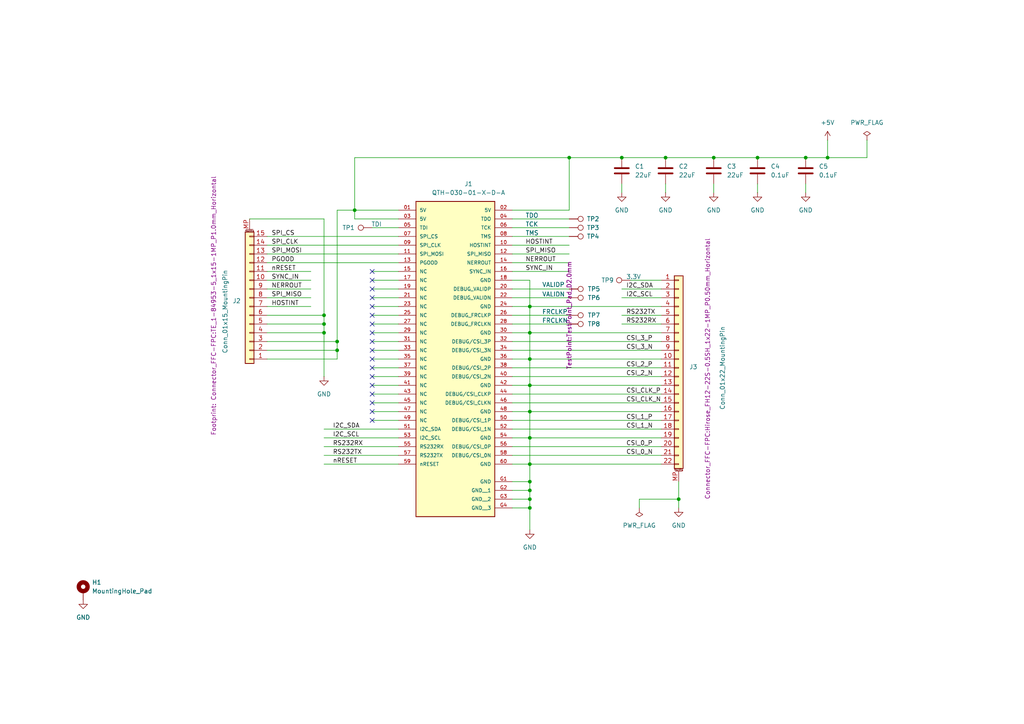
<source format=kicad_sch>
(kicad_sch
	(version 20231120)
	(generator "eeschema")
	(generator_version "8.0")
	(uuid "6750af31-e977-4346-ac55-3b44a559369b")
	(paper "A4")
	(lib_symbols
		(symbol "Connector:TestPoint"
			(pin_numbers hide)
			(pin_names
				(offset 0.762) hide)
			(exclude_from_sim no)
			(in_bom yes)
			(on_board yes)
			(property "Reference" "TP"
				(at 0 6.858 0)
				(effects
					(font
						(size 1.27 1.27)
					)
				)
			)
			(property "Value" "TestPoint"
				(at 0 5.08 0)
				(effects
					(font
						(size 1.27 1.27)
					)
				)
			)
			(property "Footprint" ""
				(at 5.08 0 0)
				(effects
					(font
						(size 1.27 1.27)
					)
					(hide yes)
				)
			)
			(property "Datasheet" "~"
				(at 5.08 0 0)
				(effects
					(font
						(size 1.27 1.27)
					)
					(hide yes)
				)
			)
			(property "Description" "test point"
				(at 0 0 0)
				(effects
					(font
						(size 1.27 1.27)
					)
					(hide yes)
				)
			)
			(property "ki_keywords" "test point tp"
				(at 0 0 0)
				(effects
					(font
						(size 1.27 1.27)
					)
					(hide yes)
				)
			)
			(property "ki_fp_filters" "Pin* Test*"
				(at 0 0 0)
				(effects
					(font
						(size 1.27 1.27)
					)
					(hide yes)
				)
			)
			(symbol "TestPoint_0_1"
				(circle
					(center 0 3.302)
					(radius 0.762)
					(stroke
						(width 0)
						(type default)
					)
					(fill
						(type none)
					)
				)
			)
			(symbol "TestPoint_1_1"
				(pin passive line
					(at 0 0 90)
					(length 2.54)
					(name "1"
						(effects
							(font
								(size 1.27 1.27)
							)
						)
					)
					(number "1"
						(effects
							(font
								(size 1.27 1.27)
							)
						)
					)
				)
			)
		)
		(symbol "Connector_Generic_MountingPin:Conn_01x15_MountingPin"
			(pin_names
				(offset 1.016) hide)
			(exclude_from_sim no)
			(in_bom yes)
			(on_board yes)
			(property "Reference" "J"
				(at 0 20.32 0)
				(effects
					(font
						(size 1.27 1.27)
					)
				)
			)
			(property "Value" "Conn_01x15_MountingPin"
				(at 1.27 -20.32 0)
				(effects
					(font
						(size 1.27 1.27)
					)
					(justify left)
				)
			)
			(property "Footprint" ""
				(at 0 0 0)
				(effects
					(font
						(size 1.27 1.27)
					)
					(hide yes)
				)
			)
			(property "Datasheet" "~"
				(at 0 0 0)
				(effects
					(font
						(size 1.27 1.27)
					)
					(hide yes)
				)
			)
			(property "Description" "Generic connectable mounting pin connector, single row, 01x15, script generated (kicad-library-utils/schlib/autogen/connector/)"
				(at 0 0 0)
				(effects
					(font
						(size 1.27 1.27)
					)
					(hide yes)
				)
			)
			(property "ki_keywords" "connector"
				(at 0 0 0)
				(effects
					(font
						(size 1.27 1.27)
					)
					(hide yes)
				)
			)
			(property "ki_fp_filters" "Connector*:*_1x??-1MP*"
				(at 0 0 0)
				(effects
					(font
						(size 1.27 1.27)
					)
					(hide yes)
				)
			)
			(symbol "Conn_01x15_MountingPin_1_1"
				(rectangle
					(start -1.27 -17.653)
					(end 0 -17.907)
					(stroke
						(width 0.1524)
						(type default)
					)
					(fill
						(type none)
					)
				)
				(rectangle
					(start -1.27 -15.113)
					(end 0 -15.367)
					(stroke
						(width 0.1524)
						(type default)
					)
					(fill
						(type none)
					)
				)
				(rectangle
					(start -1.27 -12.573)
					(end 0 -12.827)
					(stroke
						(width 0.1524)
						(type default)
					)
					(fill
						(type none)
					)
				)
				(rectangle
					(start -1.27 -10.033)
					(end 0 -10.287)
					(stroke
						(width 0.1524)
						(type default)
					)
					(fill
						(type none)
					)
				)
				(rectangle
					(start -1.27 -7.493)
					(end 0 -7.747)
					(stroke
						(width 0.1524)
						(type default)
					)
					(fill
						(type none)
					)
				)
				(rectangle
					(start -1.27 -4.953)
					(end 0 -5.207)
					(stroke
						(width 0.1524)
						(type default)
					)
					(fill
						(type none)
					)
				)
				(rectangle
					(start -1.27 -2.413)
					(end 0 -2.667)
					(stroke
						(width 0.1524)
						(type default)
					)
					(fill
						(type none)
					)
				)
				(rectangle
					(start -1.27 0.127)
					(end 0 -0.127)
					(stroke
						(width 0.1524)
						(type default)
					)
					(fill
						(type none)
					)
				)
				(rectangle
					(start -1.27 2.667)
					(end 0 2.413)
					(stroke
						(width 0.1524)
						(type default)
					)
					(fill
						(type none)
					)
				)
				(rectangle
					(start -1.27 5.207)
					(end 0 4.953)
					(stroke
						(width 0.1524)
						(type default)
					)
					(fill
						(type none)
					)
				)
				(rectangle
					(start -1.27 7.747)
					(end 0 7.493)
					(stroke
						(width 0.1524)
						(type default)
					)
					(fill
						(type none)
					)
				)
				(rectangle
					(start -1.27 10.287)
					(end 0 10.033)
					(stroke
						(width 0.1524)
						(type default)
					)
					(fill
						(type none)
					)
				)
				(rectangle
					(start -1.27 12.827)
					(end 0 12.573)
					(stroke
						(width 0.1524)
						(type default)
					)
					(fill
						(type none)
					)
				)
				(rectangle
					(start -1.27 15.367)
					(end 0 15.113)
					(stroke
						(width 0.1524)
						(type default)
					)
					(fill
						(type none)
					)
				)
				(rectangle
					(start -1.27 17.907)
					(end 0 17.653)
					(stroke
						(width 0.1524)
						(type default)
					)
					(fill
						(type none)
					)
				)
				(rectangle
					(start -1.27 19.05)
					(end 1.27 -19.05)
					(stroke
						(width 0.254)
						(type default)
					)
					(fill
						(type background)
					)
				)
				(polyline
					(pts
						(xy -1.016 -19.812) (xy 1.016 -19.812)
					)
					(stroke
						(width 0.1524)
						(type default)
					)
					(fill
						(type none)
					)
				)
				(text "Mounting"
					(at 0 -19.431 0)
					(effects
						(font
							(size 0.381 0.381)
						)
					)
				)
				(pin passive line
					(at -5.08 17.78 0)
					(length 3.81)
					(name "Pin_1"
						(effects
							(font
								(size 1.27 1.27)
							)
						)
					)
					(number "1"
						(effects
							(font
								(size 1.27 1.27)
							)
						)
					)
				)
				(pin passive line
					(at -5.08 -5.08 0)
					(length 3.81)
					(name "Pin_10"
						(effects
							(font
								(size 1.27 1.27)
							)
						)
					)
					(number "10"
						(effects
							(font
								(size 1.27 1.27)
							)
						)
					)
				)
				(pin passive line
					(at -5.08 -7.62 0)
					(length 3.81)
					(name "Pin_11"
						(effects
							(font
								(size 1.27 1.27)
							)
						)
					)
					(number "11"
						(effects
							(font
								(size 1.27 1.27)
							)
						)
					)
				)
				(pin passive line
					(at -5.08 -10.16 0)
					(length 3.81)
					(name "Pin_12"
						(effects
							(font
								(size 1.27 1.27)
							)
						)
					)
					(number "12"
						(effects
							(font
								(size 1.27 1.27)
							)
						)
					)
				)
				(pin passive line
					(at -5.08 -12.7 0)
					(length 3.81)
					(name "Pin_13"
						(effects
							(font
								(size 1.27 1.27)
							)
						)
					)
					(number "13"
						(effects
							(font
								(size 1.27 1.27)
							)
						)
					)
				)
				(pin passive line
					(at -5.08 -15.24 0)
					(length 3.81)
					(name "Pin_14"
						(effects
							(font
								(size 1.27 1.27)
							)
						)
					)
					(number "14"
						(effects
							(font
								(size 1.27 1.27)
							)
						)
					)
				)
				(pin passive line
					(at -5.08 -17.78 0)
					(length 3.81)
					(name "Pin_15"
						(effects
							(font
								(size 1.27 1.27)
							)
						)
					)
					(number "15"
						(effects
							(font
								(size 1.27 1.27)
							)
						)
					)
				)
				(pin passive line
					(at -5.08 15.24 0)
					(length 3.81)
					(name "Pin_2"
						(effects
							(font
								(size 1.27 1.27)
							)
						)
					)
					(number "2"
						(effects
							(font
								(size 1.27 1.27)
							)
						)
					)
				)
				(pin passive line
					(at -5.08 12.7 0)
					(length 3.81)
					(name "Pin_3"
						(effects
							(font
								(size 1.27 1.27)
							)
						)
					)
					(number "3"
						(effects
							(font
								(size 1.27 1.27)
							)
						)
					)
				)
				(pin passive line
					(at -5.08 10.16 0)
					(length 3.81)
					(name "Pin_4"
						(effects
							(font
								(size 1.27 1.27)
							)
						)
					)
					(number "4"
						(effects
							(font
								(size 1.27 1.27)
							)
						)
					)
				)
				(pin passive line
					(at -5.08 7.62 0)
					(length 3.81)
					(name "Pin_5"
						(effects
							(font
								(size 1.27 1.27)
							)
						)
					)
					(number "5"
						(effects
							(font
								(size 1.27 1.27)
							)
						)
					)
				)
				(pin passive line
					(at -5.08 5.08 0)
					(length 3.81)
					(name "Pin_6"
						(effects
							(font
								(size 1.27 1.27)
							)
						)
					)
					(number "6"
						(effects
							(font
								(size 1.27 1.27)
							)
						)
					)
				)
				(pin passive line
					(at -5.08 2.54 0)
					(length 3.81)
					(name "Pin_7"
						(effects
							(font
								(size 1.27 1.27)
							)
						)
					)
					(number "7"
						(effects
							(font
								(size 1.27 1.27)
							)
						)
					)
				)
				(pin passive line
					(at -5.08 0 0)
					(length 3.81)
					(name "Pin_8"
						(effects
							(font
								(size 1.27 1.27)
							)
						)
					)
					(number "8"
						(effects
							(font
								(size 1.27 1.27)
							)
						)
					)
				)
				(pin passive line
					(at -5.08 -2.54 0)
					(length 3.81)
					(name "Pin_9"
						(effects
							(font
								(size 1.27 1.27)
							)
						)
					)
					(number "9"
						(effects
							(font
								(size 1.27 1.27)
							)
						)
					)
				)
				(pin passive line
					(at 0 -22.86 90)
					(length 3.048)
					(name "MountPin"
						(effects
							(font
								(size 1.27 1.27)
							)
						)
					)
					(number "MP"
						(effects
							(font
								(size 1.27 1.27)
							)
						)
					)
				)
			)
		)
		(symbol "Connector_Generic_MountingPin:Conn_01x22_MountingPin"
			(pin_names
				(offset 1.016) hide)
			(exclude_from_sim no)
			(in_bom yes)
			(on_board yes)
			(property "Reference" "J"
				(at 0 27.94 0)
				(effects
					(font
						(size 1.27 1.27)
					)
				)
			)
			(property "Value" "Conn_01x22_MountingPin"
				(at 1.27 -30.48 0)
				(effects
					(font
						(size 1.27 1.27)
					)
					(justify left)
				)
			)
			(property "Footprint" ""
				(at 0 0 0)
				(effects
					(font
						(size 1.27 1.27)
					)
					(hide yes)
				)
			)
			(property "Datasheet" "~"
				(at 0 0 0)
				(effects
					(font
						(size 1.27 1.27)
					)
					(hide yes)
				)
			)
			(property "Description" "Generic connectable mounting pin connector, single row, 01x22, script generated (kicad-library-utils/schlib/autogen/connector/)"
				(at 0 0 0)
				(effects
					(font
						(size 1.27 1.27)
					)
					(hide yes)
				)
			)
			(property "ki_keywords" "connector"
				(at 0 0 0)
				(effects
					(font
						(size 1.27 1.27)
					)
					(hide yes)
				)
			)
			(property "ki_fp_filters" "Connector*:*_1x??-1MP*"
				(at 0 0 0)
				(effects
					(font
						(size 1.27 1.27)
					)
					(hide yes)
				)
			)
			(symbol "Conn_01x22_MountingPin_1_1"
				(rectangle
					(start -1.27 -27.813)
					(end 0 -28.067)
					(stroke
						(width 0.1524)
						(type default)
					)
					(fill
						(type none)
					)
				)
				(rectangle
					(start -1.27 -25.273)
					(end 0 -25.527)
					(stroke
						(width 0.1524)
						(type default)
					)
					(fill
						(type none)
					)
				)
				(rectangle
					(start -1.27 -22.733)
					(end 0 -22.987)
					(stroke
						(width 0.1524)
						(type default)
					)
					(fill
						(type none)
					)
				)
				(rectangle
					(start -1.27 -20.193)
					(end 0 -20.447)
					(stroke
						(width 0.1524)
						(type default)
					)
					(fill
						(type none)
					)
				)
				(rectangle
					(start -1.27 -17.653)
					(end 0 -17.907)
					(stroke
						(width 0.1524)
						(type default)
					)
					(fill
						(type none)
					)
				)
				(rectangle
					(start -1.27 -15.113)
					(end 0 -15.367)
					(stroke
						(width 0.1524)
						(type default)
					)
					(fill
						(type none)
					)
				)
				(rectangle
					(start -1.27 -12.573)
					(end 0 -12.827)
					(stroke
						(width 0.1524)
						(type default)
					)
					(fill
						(type none)
					)
				)
				(rectangle
					(start -1.27 -10.033)
					(end 0 -10.287)
					(stroke
						(width 0.1524)
						(type default)
					)
					(fill
						(type none)
					)
				)
				(rectangle
					(start -1.27 -7.493)
					(end 0 -7.747)
					(stroke
						(width 0.1524)
						(type default)
					)
					(fill
						(type none)
					)
				)
				(rectangle
					(start -1.27 -4.953)
					(end 0 -5.207)
					(stroke
						(width 0.1524)
						(type default)
					)
					(fill
						(type none)
					)
				)
				(rectangle
					(start -1.27 -2.413)
					(end 0 -2.667)
					(stroke
						(width 0.1524)
						(type default)
					)
					(fill
						(type none)
					)
				)
				(rectangle
					(start -1.27 0.127)
					(end 0 -0.127)
					(stroke
						(width 0.1524)
						(type default)
					)
					(fill
						(type none)
					)
				)
				(rectangle
					(start -1.27 2.667)
					(end 0 2.413)
					(stroke
						(width 0.1524)
						(type default)
					)
					(fill
						(type none)
					)
				)
				(rectangle
					(start -1.27 5.207)
					(end 0 4.953)
					(stroke
						(width 0.1524)
						(type default)
					)
					(fill
						(type none)
					)
				)
				(rectangle
					(start -1.27 7.747)
					(end 0 7.493)
					(stroke
						(width 0.1524)
						(type default)
					)
					(fill
						(type none)
					)
				)
				(rectangle
					(start -1.27 10.287)
					(end 0 10.033)
					(stroke
						(width 0.1524)
						(type default)
					)
					(fill
						(type none)
					)
				)
				(rectangle
					(start -1.27 12.827)
					(end 0 12.573)
					(stroke
						(width 0.1524)
						(type default)
					)
					(fill
						(type none)
					)
				)
				(rectangle
					(start -1.27 15.367)
					(end 0 15.113)
					(stroke
						(width 0.1524)
						(type default)
					)
					(fill
						(type none)
					)
				)
				(rectangle
					(start -1.27 17.907)
					(end 0 17.653)
					(stroke
						(width 0.1524)
						(type default)
					)
					(fill
						(type none)
					)
				)
				(rectangle
					(start -1.27 20.447)
					(end 0 20.193)
					(stroke
						(width 0.1524)
						(type default)
					)
					(fill
						(type none)
					)
				)
				(rectangle
					(start -1.27 22.987)
					(end 0 22.733)
					(stroke
						(width 0.1524)
						(type default)
					)
					(fill
						(type none)
					)
				)
				(rectangle
					(start -1.27 25.527)
					(end 0 25.273)
					(stroke
						(width 0.1524)
						(type default)
					)
					(fill
						(type none)
					)
				)
				(rectangle
					(start -1.27 26.67)
					(end 1.27 -29.21)
					(stroke
						(width 0.254)
						(type default)
					)
					(fill
						(type background)
					)
				)
				(polyline
					(pts
						(xy -1.016 -29.972) (xy 1.016 -29.972)
					)
					(stroke
						(width 0.1524)
						(type default)
					)
					(fill
						(type none)
					)
				)
				(text "Mounting"
					(at 0 -29.591 0)
					(effects
						(font
							(size 0.381 0.381)
						)
					)
				)
				(pin passive line
					(at -5.08 25.4 0)
					(length 3.81)
					(name "Pin_1"
						(effects
							(font
								(size 1.27 1.27)
							)
						)
					)
					(number "1"
						(effects
							(font
								(size 1.27 1.27)
							)
						)
					)
				)
				(pin passive line
					(at -5.08 2.54 0)
					(length 3.81)
					(name "Pin_10"
						(effects
							(font
								(size 1.27 1.27)
							)
						)
					)
					(number "10"
						(effects
							(font
								(size 1.27 1.27)
							)
						)
					)
				)
				(pin passive line
					(at -5.08 0 0)
					(length 3.81)
					(name "Pin_11"
						(effects
							(font
								(size 1.27 1.27)
							)
						)
					)
					(number "11"
						(effects
							(font
								(size 1.27 1.27)
							)
						)
					)
				)
				(pin passive line
					(at -5.08 -2.54 0)
					(length 3.81)
					(name "Pin_12"
						(effects
							(font
								(size 1.27 1.27)
							)
						)
					)
					(number "12"
						(effects
							(font
								(size 1.27 1.27)
							)
						)
					)
				)
				(pin passive line
					(at -5.08 -5.08 0)
					(length 3.81)
					(name "Pin_13"
						(effects
							(font
								(size 1.27 1.27)
							)
						)
					)
					(number "13"
						(effects
							(font
								(size 1.27 1.27)
							)
						)
					)
				)
				(pin passive line
					(at -5.08 -7.62 0)
					(length 3.81)
					(name "Pin_14"
						(effects
							(font
								(size 1.27 1.27)
							)
						)
					)
					(number "14"
						(effects
							(font
								(size 1.27 1.27)
							)
						)
					)
				)
				(pin passive line
					(at -5.08 -10.16 0)
					(length 3.81)
					(name "Pin_15"
						(effects
							(font
								(size 1.27 1.27)
							)
						)
					)
					(number "15"
						(effects
							(font
								(size 1.27 1.27)
							)
						)
					)
				)
				(pin passive line
					(at -5.08 -12.7 0)
					(length 3.81)
					(name "Pin_16"
						(effects
							(font
								(size 1.27 1.27)
							)
						)
					)
					(number "16"
						(effects
							(font
								(size 1.27 1.27)
							)
						)
					)
				)
				(pin passive line
					(at -5.08 -15.24 0)
					(length 3.81)
					(name "Pin_17"
						(effects
							(font
								(size 1.27 1.27)
							)
						)
					)
					(number "17"
						(effects
							(font
								(size 1.27 1.27)
							)
						)
					)
				)
				(pin passive line
					(at -5.08 -17.78 0)
					(length 3.81)
					(name "Pin_18"
						(effects
							(font
								(size 1.27 1.27)
							)
						)
					)
					(number "18"
						(effects
							(font
								(size 1.27 1.27)
							)
						)
					)
				)
				(pin passive line
					(at -5.08 -20.32 0)
					(length 3.81)
					(name "Pin_19"
						(effects
							(font
								(size 1.27 1.27)
							)
						)
					)
					(number "19"
						(effects
							(font
								(size 1.27 1.27)
							)
						)
					)
				)
				(pin passive line
					(at -5.08 22.86 0)
					(length 3.81)
					(name "Pin_2"
						(effects
							(font
								(size 1.27 1.27)
							)
						)
					)
					(number "2"
						(effects
							(font
								(size 1.27 1.27)
							)
						)
					)
				)
				(pin passive line
					(at -5.08 -22.86 0)
					(length 3.81)
					(name "Pin_20"
						(effects
							(font
								(size 1.27 1.27)
							)
						)
					)
					(number "20"
						(effects
							(font
								(size 1.27 1.27)
							)
						)
					)
				)
				(pin passive line
					(at -5.08 -25.4 0)
					(length 3.81)
					(name "Pin_21"
						(effects
							(font
								(size 1.27 1.27)
							)
						)
					)
					(number "21"
						(effects
							(font
								(size 1.27 1.27)
							)
						)
					)
				)
				(pin passive line
					(at -5.08 -27.94 0)
					(length 3.81)
					(name "Pin_22"
						(effects
							(font
								(size 1.27 1.27)
							)
						)
					)
					(number "22"
						(effects
							(font
								(size 1.27 1.27)
							)
						)
					)
				)
				(pin passive line
					(at -5.08 20.32 0)
					(length 3.81)
					(name "Pin_3"
						(effects
							(font
								(size 1.27 1.27)
							)
						)
					)
					(number "3"
						(effects
							(font
								(size 1.27 1.27)
							)
						)
					)
				)
				(pin passive line
					(at -5.08 17.78 0)
					(length 3.81)
					(name "Pin_4"
						(effects
							(font
								(size 1.27 1.27)
							)
						)
					)
					(number "4"
						(effects
							(font
								(size 1.27 1.27)
							)
						)
					)
				)
				(pin passive line
					(at -5.08 15.24 0)
					(length 3.81)
					(name "Pin_5"
						(effects
							(font
								(size 1.27 1.27)
							)
						)
					)
					(number "5"
						(effects
							(font
								(size 1.27 1.27)
							)
						)
					)
				)
				(pin passive line
					(at -5.08 12.7 0)
					(length 3.81)
					(name "Pin_6"
						(effects
							(font
								(size 1.27 1.27)
							)
						)
					)
					(number "6"
						(effects
							(font
								(size 1.27 1.27)
							)
						)
					)
				)
				(pin passive line
					(at -5.08 10.16 0)
					(length 3.81)
					(name "Pin_7"
						(effects
							(font
								(size 1.27 1.27)
							)
						)
					)
					(number "7"
						(effects
							(font
								(size 1.27 1.27)
							)
						)
					)
				)
				(pin passive line
					(at -5.08 7.62 0)
					(length 3.81)
					(name "Pin_8"
						(effects
							(font
								(size 1.27 1.27)
							)
						)
					)
					(number "8"
						(effects
							(font
								(size 1.27 1.27)
							)
						)
					)
				)
				(pin passive line
					(at -5.08 5.08 0)
					(length 3.81)
					(name "Pin_9"
						(effects
							(font
								(size 1.27 1.27)
							)
						)
					)
					(number "9"
						(effects
							(font
								(size 1.27 1.27)
							)
						)
					)
				)
				(pin passive line
					(at 0 -33.02 90)
					(length 3.048)
					(name "MountPin"
						(effects
							(font
								(size 1.27 1.27)
							)
						)
					)
					(number "MP"
						(effects
							(font
								(size 1.27 1.27)
							)
						)
					)
				)
			)
		)
		(symbol "Device:C"
			(pin_numbers hide)
			(pin_names
				(offset 0.254)
			)
			(exclude_from_sim no)
			(in_bom yes)
			(on_board yes)
			(property "Reference" "C"
				(at 0.635 2.54 0)
				(effects
					(font
						(size 1.27 1.27)
					)
					(justify left)
				)
			)
			(property "Value" "C"
				(at 0.635 -2.54 0)
				(effects
					(font
						(size 1.27 1.27)
					)
					(justify left)
				)
			)
			(property "Footprint" ""
				(at 0.9652 -3.81 0)
				(effects
					(font
						(size 1.27 1.27)
					)
					(hide yes)
				)
			)
			(property "Datasheet" "~"
				(at 0 0 0)
				(effects
					(font
						(size 1.27 1.27)
					)
					(hide yes)
				)
			)
			(property "Description" "Unpolarized capacitor"
				(at 0 0 0)
				(effects
					(font
						(size 1.27 1.27)
					)
					(hide yes)
				)
			)
			(property "ki_keywords" "cap capacitor"
				(at 0 0 0)
				(effects
					(font
						(size 1.27 1.27)
					)
					(hide yes)
				)
			)
			(property "ki_fp_filters" "C_*"
				(at 0 0 0)
				(effects
					(font
						(size 1.27 1.27)
					)
					(hide yes)
				)
			)
			(symbol "C_0_1"
				(polyline
					(pts
						(xy -2.032 -0.762) (xy 2.032 -0.762)
					)
					(stroke
						(width 0.508)
						(type default)
					)
					(fill
						(type none)
					)
				)
				(polyline
					(pts
						(xy -2.032 0.762) (xy 2.032 0.762)
					)
					(stroke
						(width 0.508)
						(type default)
					)
					(fill
						(type none)
					)
				)
			)
			(symbol "C_1_1"
				(pin passive line
					(at 0 3.81 270)
					(length 2.794)
					(name "~"
						(effects
							(font
								(size 1.27 1.27)
							)
						)
					)
					(number "1"
						(effects
							(font
								(size 1.27 1.27)
							)
						)
					)
				)
				(pin passive line
					(at 0 -3.81 90)
					(length 2.794)
					(name "~"
						(effects
							(font
								(size 1.27 1.27)
							)
						)
					)
					(number "2"
						(effects
							(font
								(size 1.27 1.27)
							)
						)
					)
				)
			)
		)
		(symbol "Mechanical:MountingHole_Pad"
			(pin_numbers hide)
			(pin_names
				(offset 1.016) hide)
			(exclude_from_sim yes)
			(in_bom no)
			(on_board yes)
			(property "Reference" "H"
				(at 0 6.35 0)
				(effects
					(font
						(size 1.27 1.27)
					)
				)
			)
			(property "Value" "MountingHole_Pad"
				(at 0 4.445 0)
				(effects
					(font
						(size 1.27 1.27)
					)
				)
			)
			(property "Footprint" ""
				(at 0 0 0)
				(effects
					(font
						(size 1.27 1.27)
					)
					(hide yes)
				)
			)
			(property "Datasheet" "~"
				(at 0 0 0)
				(effects
					(font
						(size 1.27 1.27)
					)
					(hide yes)
				)
			)
			(property "Description" "Mounting Hole with connection"
				(at 0 0 0)
				(effects
					(font
						(size 1.27 1.27)
					)
					(hide yes)
				)
			)
			(property "ki_keywords" "mounting hole"
				(at 0 0 0)
				(effects
					(font
						(size 1.27 1.27)
					)
					(hide yes)
				)
			)
			(property "ki_fp_filters" "MountingHole*Pad*"
				(at 0 0 0)
				(effects
					(font
						(size 1.27 1.27)
					)
					(hide yes)
				)
			)
			(symbol "MountingHole_Pad_0_1"
				(circle
					(center 0 1.27)
					(radius 1.27)
					(stroke
						(width 1.27)
						(type default)
					)
					(fill
						(type none)
					)
				)
			)
			(symbol "MountingHole_Pad_1_1"
				(pin input line
					(at 0 -2.54 90)
					(length 2.54)
					(name "1"
						(effects
							(font
								(size 1.27 1.27)
							)
						)
					)
					(number "1"
						(effects
							(font
								(size 1.27 1.27)
							)
						)
					)
				)
			)
		)
		(symbol "QTH-030-01-X-D-A:QTH-030-01-X-D-A"
			(pin_names
				(offset 1.016)
			)
			(exclude_from_sim no)
			(in_bom yes)
			(on_board yes)
			(property "Reference" "J1"
				(at 0 48.26 0)
				(effects
					(font
						(size 1.27 1.27)
					)
				)
			)
			(property "Value" "QTH-030-01-X-D-A"
				(at 0 45.72 0)
				(effects
					(font
						(size 1.27 1.27)
					)
				)
			)
			(property "Footprint" "QTH-030-01-X-D-A:SAMTEC-QTH-030-01-X-D-A"
				(at 50.8 -8.636 0)
				(effects
					(font
						(size 1.27 1.27)
					)
					(justify bottom)
					(hide yes)
				)
			)
			(property "Datasheet" ""
				(at 0 0 0)
				(effects
					(font
						(size 1.27 1.27)
					)
					(hide yes)
				)
			)
			(property "Description" ""
				(at 0 0 0)
				(effects
					(font
						(size 1.27 1.27)
					)
					(hide yes)
				)
			)
			(property "PARTREV" "L"
				(at 25.4 -2.032 0)
				(effects
					(font
						(size 1.27 1.27)
					)
					(justify bottom)
					(hide yes)
				)
			)
			(property "MANUFACTURER" "Samtec"
				(at 28.194 0.508 0)
				(effects
					(font
						(size 1.27 1.27)
					)
					(justify bottom)
					(hide yes)
				)
			)
			(property "MAXIMUM_PACKAGE_HEIGHT" "4.347mm"
				(at 32.004 -2.286 0)
				(effects
					(font
						(size 1.27 1.27)
					)
					(justify bottom)
					(hide yes)
				)
			)
			(property "STANDARD" "Manufacturer Recommendations"
				(at 40.132 -5.334 0)
				(effects
					(font
						(size 1.27 1.27)
					)
					(justify bottom)
					(hide yes)
				)
			)
			(symbol "QTH-030-01-X-D-A_0_0"
				(rectangle
					(start -15.24 43.18)
					(end 7.62 -48.26)
					(stroke
						(width 0.254)
						(type default)
					)
					(fill
						(type background)
					)
				)
				(pin power_in line
					(at 12.7 -38.1 180)
					(length 5.08)
					(name "GND"
						(effects
							(font
								(size 1.016 1.016)
							)
						)
					)
					(number "G1"
						(effects
							(font
								(size 1.016 1.016)
							)
						)
					)
				)
				(pin power_in line
					(at 12.7 -40.64 180)
					(length 5.08)
					(name "GND__1"
						(effects
							(font
								(size 1.016 1.016)
							)
						)
					)
					(number "G2"
						(effects
							(font
								(size 1.016 1.016)
							)
						)
					)
				)
				(pin power_in line
					(at 12.7 -43.18 180)
					(length 5.08)
					(name "GND__2"
						(effects
							(font
								(size 1.016 1.016)
							)
						)
					)
					(number "G3"
						(effects
							(font
								(size 1.016 1.016)
							)
						)
					)
				)
				(pin power_in line
					(at 12.7 -45.72 180)
					(length 5.08)
					(name "GND__3"
						(effects
							(font
								(size 1.016 1.016)
							)
						)
					)
					(number "G4"
						(effects
							(font
								(size 1.016 1.016)
							)
						)
					)
				)
			)
			(symbol "QTH-030-01-X-D-A_1_0"
				(pin passive line
					(at -20.32 40.64 0)
					(length 5.08)
					(name "5V"
						(effects
							(font
								(size 1.016 1.016)
							)
						)
					)
					(number "01"
						(effects
							(font
								(size 1.016 1.016)
							)
						)
					)
				)
				(pin passive line
					(at 12.7 40.64 180)
					(length 5.08)
					(name "5V"
						(effects
							(font
								(size 1.016 1.016)
							)
						)
					)
					(number "02"
						(effects
							(font
								(size 1.016 1.016)
							)
						)
					)
				)
				(pin passive line
					(at -20.32 38.1 0)
					(length 5.08)
					(name "5V"
						(effects
							(font
								(size 1.016 1.016)
							)
						)
					)
					(number "03"
						(effects
							(font
								(size 1.016 1.016)
							)
						)
					)
				)
				(pin passive line
					(at 12.7 38.1 180)
					(length 5.08)
					(name "TDO"
						(effects
							(font
								(size 1.016 1.016)
							)
						)
					)
					(number "04"
						(effects
							(font
								(size 1.016 1.016)
							)
						)
					)
				)
				(pin passive line
					(at -20.32 35.56 0)
					(length 5.08)
					(name "TDI"
						(effects
							(font
								(size 1.016 1.016)
							)
						)
					)
					(number "05"
						(effects
							(font
								(size 1.016 1.016)
							)
						)
					)
				)
				(pin passive line
					(at 12.7 35.56 180)
					(length 5.08)
					(name "TCK"
						(effects
							(font
								(size 1.016 1.016)
							)
						)
					)
					(number "06"
						(effects
							(font
								(size 1.016 1.016)
							)
						)
					)
				)
				(pin passive line
					(at -20.32 33.02 0)
					(length 5.08)
					(name "SPI_CS"
						(effects
							(font
								(size 1.016 1.016)
							)
						)
					)
					(number "07"
						(effects
							(font
								(size 1.016 1.016)
							)
						)
					)
				)
				(pin passive line
					(at 12.7 33.02 180)
					(length 5.08)
					(name "TMS"
						(effects
							(font
								(size 1.016 1.016)
							)
						)
					)
					(number "08"
						(effects
							(font
								(size 1.016 1.016)
							)
						)
					)
				)
				(pin passive line
					(at -20.32 30.48 0)
					(length 5.08)
					(name "SPI_CLK"
						(effects
							(font
								(size 1.016 1.016)
							)
						)
					)
					(number "09"
						(effects
							(font
								(size 1.016 1.016)
							)
						)
					)
				)
				(pin passive line
					(at 12.7 30.48 180)
					(length 5.08)
					(name "HOSTINT"
						(effects
							(font
								(size 1.016 1.016)
							)
						)
					)
					(number "10"
						(effects
							(font
								(size 1.016 1.016)
							)
						)
					)
				)
				(pin passive line
					(at -20.32 27.94 0)
					(length 5.08)
					(name "SPI_MOSI"
						(effects
							(font
								(size 1.016 1.016)
							)
						)
					)
					(number "11"
						(effects
							(font
								(size 1.016 1.016)
							)
						)
					)
				)
				(pin passive line
					(at 12.7 27.94 180)
					(length 5.08)
					(name "SPI_MISO"
						(effects
							(font
								(size 1.016 1.016)
							)
						)
					)
					(number "12"
						(effects
							(font
								(size 1.016 1.016)
							)
						)
					)
				)
				(pin passive line
					(at -20.32 25.4 0)
					(length 5.08)
					(name "PGOOD"
						(effects
							(font
								(size 1.016 1.016)
							)
						)
					)
					(number "13"
						(effects
							(font
								(size 1.016 1.016)
							)
						)
					)
				)
				(pin passive line
					(at 12.7 25.4 180)
					(length 5.08)
					(name "NERROUT"
						(effects
							(font
								(size 1.016 1.016)
							)
						)
					)
					(number "14"
						(effects
							(font
								(size 1.016 1.016)
							)
						)
					)
				)
				(pin passive line
					(at -20.32 22.86 0)
					(length 5.08)
					(name "NC"
						(effects
							(font
								(size 1.016 1.016)
							)
						)
					)
					(number "15"
						(effects
							(font
								(size 1.016 1.016)
							)
						)
					)
				)
				(pin passive line
					(at 12.7 22.86 180)
					(length 5.08)
					(name "SYNC_IN"
						(effects
							(font
								(size 1.016 1.016)
							)
						)
					)
					(number "16"
						(effects
							(font
								(size 1.016 1.016)
							)
						)
					)
				)
				(pin passive line
					(at -20.32 20.32 0)
					(length 5.08)
					(name "NC"
						(effects
							(font
								(size 1.016 1.016)
							)
						)
					)
					(number "17"
						(effects
							(font
								(size 1.016 1.016)
							)
						)
					)
				)
				(pin passive line
					(at 12.7 20.32 180)
					(length 5.08)
					(name "GND"
						(effects
							(font
								(size 1.016 1.016)
							)
						)
					)
					(number "18"
						(effects
							(font
								(size 1.016 1.016)
							)
						)
					)
				)
				(pin passive line
					(at -20.32 17.78 0)
					(length 5.08)
					(name "NC"
						(effects
							(font
								(size 1.016 1.016)
							)
						)
					)
					(number "19"
						(effects
							(font
								(size 1.016 1.016)
							)
						)
					)
				)
				(pin passive line
					(at 12.7 17.78 180)
					(length 5.08)
					(name "DEBUG_VALIDP"
						(effects
							(font
								(size 1.016 1.016)
							)
						)
					)
					(number "20"
						(effects
							(font
								(size 1.016 1.016)
							)
						)
					)
				)
				(pin passive line
					(at -20.32 15.24 0)
					(length 5.08)
					(name "NC"
						(effects
							(font
								(size 1.016 1.016)
							)
						)
					)
					(number "21"
						(effects
							(font
								(size 1.016 1.016)
							)
						)
					)
				)
				(pin passive line
					(at 12.7 15.24 180)
					(length 5.08)
					(name "DEBUG_VALIDN"
						(effects
							(font
								(size 1.016 1.016)
							)
						)
					)
					(number "22"
						(effects
							(font
								(size 1.016 1.016)
							)
						)
					)
				)
				(pin passive line
					(at -20.32 12.7 0)
					(length 5.08)
					(name "NC"
						(effects
							(font
								(size 1.016 1.016)
							)
						)
					)
					(number "23"
						(effects
							(font
								(size 1.016 1.016)
							)
						)
					)
				)
				(pin passive line
					(at 12.7 12.7 180)
					(length 5.08)
					(name "GND"
						(effects
							(font
								(size 1.016 1.016)
							)
						)
					)
					(number "24"
						(effects
							(font
								(size 1.016 1.016)
							)
						)
					)
				)
				(pin passive line
					(at -20.32 10.16 0)
					(length 5.08)
					(name "NC"
						(effects
							(font
								(size 1.016 1.016)
							)
						)
					)
					(number "25"
						(effects
							(font
								(size 1.016 1.016)
							)
						)
					)
				)
				(pin passive line
					(at 12.7 10.16 180)
					(length 5.08)
					(name "DEBUG_FRCLKP"
						(effects
							(font
								(size 1.016 1.016)
							)
						)
					)
					(number "26"
						(effects
							(font
								(size 1.016 1.016)
							)
						)
					)
				)
				(pin passive line
					(at -20.32 7.62 0)
					(length 5.08)
					(name "NC"
						(effects
							(font
								(size 1.016 1.016)
							)
						)
					)
					(number "27"
						(effects
							(font
								(size 1.016 1.016)
							)
						)
					)
				)
				(pin passive line
					(at 12.7 7.62 180)
					(length 5.08)
					(name "DEBUG_FRCLKN"
						(effects
							(font
								(size 1.016 1.016)
							)
						)
					)
					(number "28"
						(effects
							(font
								(size 1.016 1.016)
							)
						)
					)
				)
				(pin passive line
					(at -20.32 5.08 0)
					(length 5.08)
					(name "NC"
						(effects
							(font
								(size 1.016 1.016)
							)
						)
					)
					(number "29"
						(effects
							(font
								(size 1.016 1.016)
							)
						)
					)
				)
				(pin passive line
					(at 12.7 5.08 180)
					(length 5.08)
					(name "GND"
						(effects
							(font
								(size 1.016 1.016)
							)
						)
					)
					(number "30"
						(effects
							(font
								(size 1.016 1.016)
							)
						)
					)
				)
				(pin passive line
					(at -20.32 2.54 0)
					(length 5.08)
					(name "NC"
						(effects
							(font
								(size 1.016 1.016)
							)
						)
					)
					(number "31"
						(effects
							(font
								(size 1.016 1.016)
							)
						)
					)
				)
				(pin passive line
					(at 12.7 2.54 180)
					(length 5.08)
					(name "DEBUG/CSI_3P"
						(effects
							(font
								(size 1.016 1.016)
							)
						)
					)
					(number "32"
						(effects
							(font
								(size 1.016 1.016)
							)
						)
					)
				)
				(pin passive line
					(at -20.32 0 0)
					(length 5.08)
					(name "NC"
						(effects
							(font
								(size 1.016 1.016)
							)
						)
					)
					(number "33"
						(effects
							(font
								(size 1.016 1.016)
							)
						)
					)
				)
				(pin passive line
					(at 12.7 0 180)
					(length 5.08)
					(name "DEBUG/CSI_3N"
						(effects
							(font
								(size 1.016 1.016)
							)
						)
					)
					(number "34"
						(effects
							(font
								(size 1.016 1.016)
							)
						)
					)
				)
				(pin passive line
					(at -20.32 -2.54 0)
					(length 5.08)
					(name "NC"
						(effects
							(font
								(size 1.016 1.016)
							)
						)
					)
					(number "35"
						(effects
							(font
								(size 1.016 1.016)
							)
						)
					)
				)
				(pin passive line
					(at 12.7 -2.54 180)
					(length 5.08)
					(name "GND"
						(effects
							(font
								(size 1.016 1.016)
							)
						)
					)
					(number "36"
						(effects
							(font
								(size 1.016 1.016)
							)
						)
					)
				)
				(pin passive line
					(at -20.32 -5.08 0)
					(length 5.08)
					(name "NC"
						(effects
							(font
								(size 1.016 1.016)
							)
						)
					)
					(number "37"
						(effects
							(font
								(size 1.016 1.016)
							)
						)
					)
				)
				(pin passive line
					(at 12.7 -5.08 180)
					(length 5.08)
					(name "DEBUG/CSI_2P"
						(effects
							(font
								(size 1.016 1.016)
							)
						)
					)
					(number "38"
						(effects
							(font
								(size 1.016 1.016)
							)
						)
					)
				)
				(pin passive line
					(at -20.32 -7.62 0)
					(length 5.08)
					(name "NC"
						(effects
							(font
								(size 1.016 1.016)
							)
						)
					)
					(number "39"
						(effects
							(font
								(size 1.016 1.016)
							)
						)
					)
				)
				(pin passive line
					(at 12.7 -7.62 180)
					(length 5.08)
					(name "DEBUG/CSI_2N"
						(effects
							(font
								(size 1.016 1.016)
							)
						)
					)
					(number "40"
						(effects
							(font
								(size 1.016 1.016)
							)
						)
					)
				)
				(pin passive line
					(at -20.32 -10.16 0)
					(length 5.08)
					(name "NC"
						(effects
							(font
								(size 1.016 1.016)
							)
						)
					)
					(number "41"
						(effects
							(font
								(size 1.016 1.016)
							)
						)
					)
				)
				(pin passive line
					(at 12.7 -10.16 180)
					(length 5.08)
					(name "GND"
						(effects
							(font
								(size 1.016 1.016)
							)
						)
					)
					(number "42"
						(effects
							(font
								(size 1.016 1.016)
							)
						)
					)
				)
				(pin passive line
					(at -20.32 -12.7 0)
					(length 5.08)
					(name "NC"
						(effects
							(font
								(size 1.016 1.016)
							)
						)
					)
					(number "43"
						(effects
							(font
								(size 1.016 1.016)
							)
						)
					)
				)
				(pin passive line
					(at 12.7 -12.7 180)
					(length 5.08)
					(name "DEBUG/CSI_CLKP"
						(effects
							(font
								(size 1.016 1.016)
							)
						)
					)
					(number "44"
						(effects
							(font
								(size 1.016 1.016)
							)
						)
					)
				)
				(pin passive line
					(at -20.32 -15.24 0)
					(length 5.08)
					(name "NC"
						(effects
							(font
								(size 1.016 1.016)
							)
						)
					)
					(number "45"
						(effects
							(font
								(size 1.016 1.016)
							)
						)
					)
				)
				(pin passive line
					(at 12.7 -15.24 180)
					(length 5.08)
					(name "DEBUG/CSI_CLKN"
						(effects
							(font
								(size 1.016 1.016)
							)
						)
					)
					(number "46"
						(effects
							(font
								(size 1.016 1.016)
							)
						)
					)
				)
				(pin passive line
					(at -20.32 -17.78 0)
					(length 5.08)
					(name "NC"
						(effects
							(font
								(size 1.016 1.016)
							)
						)
					)
					(number "47"
						(effects
							(font
								(size 1.016 1.016)
							)
						)
					)
				)
				(pin passive line
					(at 12.7 -17.78 180)
					(length 5.08)
					(name "GND"
						(effects
							(font
								(size 1.016 1.016)
							)
						)
					)
					(number "48"
						(effects
							(font
								(size 1.016 1.016)
							)
						)
					)
				)
				(pin passive line
					(at -20.32 -20.32 0)
					(length 5.08)
					(name "NC"
						(effects
							(font
								(size 1.016 1.016)
							)
						)
					)
					(number "49"
						(effects
							(font
								(size 1.016 1.016)
							)
						)
					)
				)
				(pin passive line
					(at 12.7 -20.32 180)
					(length 5.08)
					(name "DEBUG/CSI_1P"
						(effects
							(font
								(size 1.016 1.016)
							)
						)
					)
					(number "50"
						(effects
							(font
								(size 1.016 1.016)
							)
						)
					)
				)
				(pin passive line
					(at -20.32 -22.86 0)
					(length 5.08)
					(name "I2C_SDA"
						(effects
							(font
								(size 1.016 1.016)
							)
						)
					)
					(number "51"
						(effects
							(font
								(size 1.016 1.016)
							)
						)
					)
				)
				(pin passive line
					(at 12.7 -22.86 180)
					(length 5.08)
					(name "DEBUG/CSI_1N"
						(effects
							(font
								(size 1.016 1.016)
							)
						)
					)
					(number "52"
						(effects
							(font
								(size 1.016 1.016)
							)
						)
					)
				)
				(pin passive line
					(at -20.32 -25.4 0)
					(length 5.08)
					(name "I2C_SCL"
						(effects
							(font
								(size 1.016 1.016)
							)
						)
					)
					(number "53"
						(effects
							(font
								(size 1.016 1.016)
							)
						)
					)
				)
				(pin passive line
					(at 12.7 -25.4 180)
					(length 5.08)
					(name "GND"
						(effects
							(font
								(size 1.016 1.016)
							)
						)
					)
					(number "54"
						(effects
							(font
								(size 1.016 1.016)
							)
						)
					)
				)
				(pin passive line
					(at -20.32 -27.94 0)
					(length 5.08)
					(name "RS232RX"
						(effects
							(font
								(size 1.016 1.016)
							)
						)
					)
					(number "55"
						(effects
							(font
								(size 1.016 1.016)
							)
						)
					)
				)
				(pin passive line
					(at 12.7 -27.94 180)
					(length 5.08)
					(name "DEBUG/CSI_0P"
						(effects
							(font
								(size 1.016 1.016)
							)
						)
					)
					(number "56"
						(effects
							(font
								(size 1.016 1.016)
							)
						)
					)
				)
				(pin passive line
					(at -20.32 -30.48 0)
					(length 5.08)
					(name "RS232TX"
						(effects
							(font
								(size 1.016 1.016)
							)
						)
					)
					(number "57"
						(effects
							(font
								(size 1.016 1.016)
							)
						)
					)
				)
				(pin passive line
					(at 12.7 -30.48 180)
					(length 5.08)
					(name "DEBUG/CSI_0N"
						(effects
							(font
								(size 1.016 1.016)
							)
						)
					)
					(number "58"
						(effects
							(font
								(size 1.016 1.016)
							)
						)
					)
				)
				(pin passive line
					(at -20.32 -33.02 0)
					(length 5.08)
					(name "nRESET"
						(effects
							(font
								(size 1.016 1.016)
							)
						)
					)
					(number "59"
						(effects
							(font
								(size 1.016 1.016)
							)
						)
					)
				)
				(pin passive line
					(at 12.7 -33.02 180)
					(length 5.08)
					(name "GND"
						(effects
							(font
								(size 1.016 1.016)
							)
						)
					)
					(number "60"
						(effects
							(font
								(size 1.016 1.016)
							)
						)
					)
				)
			)
		)
		(symbol "power:+5V"
			(power)
			(pin_numbers hide)
			(pin_names
				(offset 0) hide)
			(exclude_from_sim no)
			(in_bom yes)
			(on_board yes)
			(property "Reference" "#PWR"
				(at 0 -3.81 0)
				(effects
					(font
						(size 1.27 1.27)
					)
					(hide yes)
				)
			)
			(property "Value" "+5V"
				(at 0 3.556 0)
				(effects
					(font
						(size 1.27 1.27)
					)
				)
			)
			(property "Footprint" ""
				(at 0 0 0)
				(effects
					(font
						(size 1.27 1.27)
					)
					(hide yes)
				)
			)
			(property "Datasheet" ""
				(at 0 0 0)
				(effects
					(font
						(size 1.27 1.27)
					)
					(hide yes)
				)
			)
			(property "Description" "Power symbol creates a global label with name \"+5V\""
				(at 0 0 0)
				(effects
					(font
						(size 1.27 1.27)
					)
					(hide yes)
				)
			)
			(property "ki_keywords" "global power"
				(at 0 0 0)
				(effects
					(font
						(size 1.27 1.27)
					)
					(hide yes)
				)
			)
			(symbol "+5V_0_1"
				(polyline
					(pts
						(xy -0.762 1.27) (xy 0 2.54)
					)
					(stroke
						(width 0)
						(type default)
					)
					(fill
						(type none)
					)
				)
				(polyline
					(pts
						(xy 0 0) (xy 0 2.54)
					)
					(stroke
						(width 0)
						(type default)
					)
					(fill
						(type none)
					)
				)
				(polyline
					(pts
						(xy 0 2.54) (xy 0.762 1.27)
					)
					(stroke
						(width 0)
						(type default)
					)
					(fill
						(type none)
					)
				)
			)
			(symbol "+5V_1_1"
				(pin power_in line
					(at 0 0 90)
					(length 0)
					(name "~"
						(effects
							(font
								(size 1.27 1.27)
							)
						)
					)
					(number "1"
						(effects
							(font
								(size 1.27 1.27)
							)
						)
					)
				)
			)
		)
		(symbol "power:GND"
			(power)
			(pin_numbers hide)
			(pin_names
				(offset 0) hide)
			(exclude_from_sim no)
			(in_bom yes)
			(on_board yes)
			(property "Reference" "#PWR"
				(at 0 -6.35 0)
				(effects
					(font
						(size 1.27 1.27)
					)
					(hide yes)
				)
			)
			(property "Value" "GND"
				(at 0 -3.81 0)
				(effects
					(font
						(size 1.27 1.27)
					)
				)
			)
			(property "Footprint" ""
				(at 0 0 0)
				(effects
					(font
						(size 1.27 1.27)
					)
					(hide yes)
				)
			)
			(property "Datasheet" ""
				(at 0 0 0)
				(effects
					(font
						(size 1.27 1.27)
					)
					(hide yes)
				)
			)
			(property "Description" "Power symbol creates a global label with name \"GND\" , ground"
				(at 0 0 0)
				(effects
					(font
						(size 1.27 1.27)
					)
					(hide yes)
				)
			)
			(property "ki_keywords" "global power"
				(at 0 0 0)
				(effects
					(font
						(size 1.27 1.27)
					)
					(hide yes)
				)
			)
			(symbol "GND_0_1"
				(polyline
					(pts
						(xy 0 0) (xy 0 -1.27) (xy 1.27 -1.27) (xy 0 -2.54) (xy -1.27 -1.27) (xy 0 -1.27)
					)
					(stroke
						(width 0)
						(type default)
					)
					(fill
						(type none)
					)
				)
			)
			(symbol "GND_1_1"
				(pin power_in line
					(at 0 0 270)
					(length 0)
					(name "~"
						(effects
							(font
								(size 1.27 1.27)
							)
						)
					)
					(number "1"
						(effects
							(font
								(size 1.27 1.27)
							)
						)
					)
				)
			)
		)
		(symbol "power:PWR_FLAG"
			(power)
			(pin_numbers hide)
			(pin_names
				(offset 0) hide)
			(exclude_from_sim no)
			(in_bom yes)
			(on_board yes)
			(property "Reference" "#FLG"
				(at 0 1.905 0)
				(effects
					(font
						(size 1.27 1.27)
					)
					(hide yes)
				)
			)
			(property "Value" "PWR_FLAG"
				(at 0 3.81 0)
				(effects
					(font
						(size 1.27 1.27)
					)
				)
			)
			(property "Footprint" ""
				(at 0 0 0)
				(effects
					(font
						(size 1.27 1.27)
					)
					(hide yes)
				)
			)
			(property "Datasheet" "~"
				(at 0 0 0)
				(effects
					(font
						(size 1.27 1.27)
					)
					(hide yes)
				)
			)
			(property "Description" "Special symbol for telling ERC where power comes from"
				(at 0 0 0)
				(effects
					(font
						(size 1.27 1.27)
					)
					(hide yes)
				)
			)
			(property "ki_keywords" "flag power"
				(at 0 0 0)
				(effects
					(font
						(size 1.27 1.27)
					)
					(hide yes)
				)
			)
			(symbol "PWR_FLAG_0_0"
				(pin power_out line
					(at 0 0 90)
					(length 0)
					(name "~"
						(effects
							(font
								(size 1.27 1.27)
							)
						)
					)
					(number "1"
						(effects
							(font
								(size 1.27 1.27)
							)
						)
					)
				)
			)
			(symbol "PWR_FLAG_0_1"
				(polyline
					(pts
						(xy 0 0) (xy 0 1.27) (xy -1.016 1.905) (xy 0 2.54) (xy 1.016 1.905) (xy 0 1.27)
					)
					(stroke
						(width 0)
						(type default)
					)
					(fill
						(type none)
					)
				)
			)
		)
	)
	(junction
		(at 93.98 91.44)
		(diameter 0)
		(color 0 0 0 0)
		(uuid "2b7a9c45-cb01-4d47-b41f-8996345c4d7d")
	)
	(junction
		(at 93.98 96.52)
		(diameter 0)
		(color 0 0 0 0)
		(uuid "3133528b-9399-46b6-b544-128ee46f99df")
	)
	(junction
		(at 240.03 45.72)
		(diameter 0)
		(color 0 0 0 0)
		(uuid "43f76c0d-822a-4a72-9c9e-2c89c96dba5d")
	)
	(junction
		(at 153.67 142.24)
		(diameter 0)
		(color 0 0 0 0)
		(uuid "443b00fb-589b-496a-80c5-aeb0fcb91ce2")
	)
	(junction
		(at 180.34 45.72)
		(diameter 0)
		(color 0 0 0 0)
		(uuid "4d7eefae-e1f9-4fc1-a962-1a10257922c9")
	)
	(junction
		(at 97.79 101.6)
		(diameter 0)
		(color 0 0 0 0)
		(uuid "5d1c2d4f-095e-417c-aed5-ddfcc0d5b204")
	)
	(junction
		(at 153.67 96.52)
		(diameter 0)
		(color 0 0 0 0)
		(uuid "6934bee7-0d1e-417d-adb9-df8f1927b3e9")
	)
	(junction
		(at 102.87 60.96)
		(diameter 0)
		(color 0 0 0 0)
		(uuid "6d4ad31d-48a1-4732-8865-f78bd75eb0bb")
	)
	(junction
		(at 97.79 99.06)
		(diameter 0)
		(color 0 0 0 0)
		(uuid "7916f196-ecea-4165-91c8-e1a7e72bd6d6")
	)
	(junction
		(at 207.01 45.72)
		(diameter 0)
		(color 0 0 0 0)
		(uuid "792e3634-58a5-4073-ade5-760b45bf3625")
	)
	(junction
		(at 165.1 45.72)
		(diameter 0)
		(color 0 0 0 0)
		(uuid "7a75cfbd-443e-4a59-b36c-7e944ce5a10d")
	)
	(junction
		(at 153.67 88.9)
		(diameter 0)
		(color 0 0 0 0)
		(uuid "8f3abb14-5dd8-41b1-bed5-0b9d87543bf0")
	)
	(junction
		(at 196.85 144.78)
		(diameter 0)
		(color 0 0 0 0)
		(uuid "a53bf776-cf68-48fc-9e91-bee1dea05767")
	)
	(junction
		(at 193.04 45.72)
		(diameter 0)
		(color 0 0 0 0)
		(uuid "aa3b3297-4061-457b-b4e4-2ee1522a8c92")
	)
	(junction
		(at 153.67 104.14)
		(diameter 0)
		(color 0 0 0 0)
		(uuid "ac0b7bad-ead0-42b9-a6a6-c39cab84baed")
	)
	(junction
		(at 153.67 127)
		(diameter 0)
		(color 0 0 0 0)
		(uuid "b4a4d476-fc60-4bf4-b641-42d19fd72ef9")
	)
	(junction
		(at 153.67 119.38)
		(diameter 0)
		(color 0 0 0 0)
		(uuid "b4f2098f-0fab-45de-9d96-63cf385d1a0d")
	)
	(junction
		(at 153.67 111.76)
		(diameter 0)
		(color 0 0 0 0)
		(uuid "b63d3d5d-866f-4fc6-932f-5a75d570c645")
	)
	(junction
		(at 233.68 45.72)
		(diameter 0)
		(color 0 0 0 0)
		(uuid "b7d8f669-563c-4517-98e9-27fcfb557159")
	)
	(junction
		(at 153.67 139.7)
		(diameter 0)
		(color 0 0 0 0)
		(uuid "d0610b56-ca34-44e5-b966-65f88bf93f65")
	)
	(junction
		(at 153.67 144.78)
		(diameter 0)
		(color 0 0 0 0)
		(uuid "d43f5333-b3ca-45ca-ae57-9c4ee358bf1e")
	)
	(junction
		(at 219.71 45.72)
		(diameter 0)
		(color 0 0 0 0)
		(uuid "eeb87ff0-e967-41ee-9c16-a91ec82ff531")
	)
	(junction
		(at 153.67 134.62)
		(diameter 0)
		(color 0 0 0 0)
		(uuid "eee4dcc7-0a63-49df-9870-86306d2b9500")
	)
	(junction
		(at 93.98 93.98)
		(diameter 0)
		(color 0 0 0 0)
		(uuid "f79f0662-4e0a-421e-9865-a4d011a0744d")
	)
	(junction
		(at 153.67 147.32)
		(diameter 0)
		(color 0 0 0 0)
		(uuid "fb1db912-cb5e-4857-bea8-808b2b11ab91")
	)
	(no_connect
		(at 107.95 109.22)
		(uuid "0685ad42-3cbf-4df1-b89b-8c128b566414")
	)
	(no_connect
		(at 107.95 101.6)
		(uuid "1bebe7f3-c875-4bb3-8a63-2ac1fdb1fef1")
	)
	(no_connect
		(at 107.95 91.44)
		(uuid "225961ab-c134-41c0-86ef-c64549d57830")
	)
	(no_connect
		(at 107.95 88.9)
		(uuid "5bb6f983-ccf1-4d52-adcd-29e55eb37244")
	)
	(no_connect
		(at 107.95 93.98)
		(uuid "5cf76427-96ea-4d9d-bb0c-32eb41c88b72")
	)
	(no_connect
		(at 107.95 78.74)
		(uuid "5e0bf321-4343-4894-9764-754758ada6c3")
	)
	(no_connect
		(at 107.95 99.06)
		(uuid "7e002655-1d5a-474f-9f44-9f2887536ff5")
	)
	(no_connect
		(at 107.95 116.84)
		(uuid "8d26adea-78d4-4531-9279-c9b7f23643c9")
	)
	(no_connect
		(at 107.95 119.38)
		(uuid "9e46ea41-afc4-41ea-93fd-dde78f386cd0")
	)
	(no_connect
		(at 107.95 104.14)
		(uuid "a56ae8bf-99c7-430b-8bda-06912ea3b8f6")
	)
	(no_connect
		(at 107.95 121.92)
		(uuid "a6e1179f-0c63-409b-9017-9dfb38fb09f6")
	)
	(no_connect
		(at 107.95 86.36)
		(uuid "afb7b7c5-adad-4a3d-9519-f7dca3e0e2c2")
	)
	(no_connect
		(at 107.95 106.68)
		(uuid "b37ddac3-5bd3-4660-868b-5776c9b46495")
	)
	(no_connect
		(at 107.95 114.3)
		(uuid "de7f983f-c17c-465c-87de-38178710b06b")
	)
	(no_connect
		(at 107.95 111.76)
		(uuid "eaf708f9-8c40-45ab-bc27-44d2881cb31e")
	)
	(no_connect
		(at 107.95 81.28)
		(uuid "ee64bade-a164-4f57-9a7d-cfc90956044f")
	)
	(no_connect
		(at 107.95 96.52)
		(uuid "f05a2718-6669-4c1b-9bef-f40b9a285d6b")
	)
	(no_connect
		(at 107.95 83.82)
		(uuid "f2bd8cf5-7f52-4f56-914e-aba243062c7c")
	)
	(wire
		(pts
			(xy 148.59 129.54) (xy 191.77 129.54)
		)
		(stroke
			(width 0)
			(type default)
		)
		(uuid "00d13df7-fb9f-45e4-995b-5441792ae798")
	)
	(wire
		(pts
			(xy 251.46 45.72) (xy 240.03 45.72)
		)
		(stroke
			(width 0)
			(type default)
		)
		(uuid "01f550d8-f261-4cc3-afed-06ac5d24b0c5")
	)
	(wire
		(pts
			(xy 107.95 109.22) (xy 115.57 109.22)
		)
		(stroke
			(width 0)
			(type default)
		)
		(uuid "02c43d7e-e50d-4eae-b839-dce039984aee")
	)
	(wire
		(pts
			(xy 180.34 45.72) (xy 193.04 45.72)
		)
		(stroke
			(width 0)
			(type default)
		)
		(uuid "0460a98e-f7f0-479d-ae19-8875287abf3d")
	)
	(wire
		(pts
			(xy 93.98 132.08) (xy 115.57 132.08)
		)
		(stroke
			(width 0)
			(type default)
		)
		(uuid "0816baa7-73e1-4e5b-9485-5549da045ff5")
	)
	(wire
		(pts
			(xy 148.59 76.2) (xy 165.1 76.2)
		)
		(stroke
			(width 0)
			(type default)
		)
		(uuid "1114b81d-bdf8-4527-93f2-91137259b84d")
	)
	(wire
		(pts
			(xy 93.98 127) (xy 115.57 127)
		)
		(stroke
			(width 0)
			(type default)
		)
		(uuid "15795bf0-1b8f-40f7-ac2c-a0c42f6ca216")
	)
	(wire
		(pts
			(xy 196.85 144.78) (xy 196.85 147.32)
		)
		(stroke
			(width 0)
			(type default)
		)
		(uuid "15ead1fe-b287-4ac7-b1d8-6503bc3699ad")
	)
	(wire
		(pts
			(xy 97.79 101.6) (xy 97.79 104.14)
		)
		(stroke
			(width 0)
			(type default)
		)
		(uuid "17c6c03b-2d04-4e2a-a696-888b347c3c39")
	)
	(wire
		(pts
			(xy 153.67 88.9) (xy 153.67 96.52)
		)
		(stroke
			(width 0)
			(type default)
		)
		(uuid "21d60cc8-7414-4866-bff5-daa8ff337e20")
	)
	(wire
		(pts
			(xy 148.59 93.98) (xy 165.1 93.98)
		)
		(stroke
			(width 0)
			(type default)
		)
		(uuid "22196d11-e0ff-4aab-bb47-37d17f56d831")
	)
	(wire
		(pts
			(xy 77.47 93.98) (xy 93.98 93.98)
		)
		(stroke
			(width 0)
			(type default)
		)
		(uuid "2830b32e-7287-4290-b565-830c32561794")
	)
	(wire
		(pts
			(xy 102.87 60.96) (xy 115.57 60.96)
		)
		(stroke
			(width 0)
			(type default)
		)
		(uuid "2a5d5b9d-16ef-4cd6-b098-a06da9607db3")
	)
	(wire
		(pts
			(xy 148.59 132.08) (xy 191.77 132.08)
		)
		(stroke
			(width 0)
			(type default)
		)
		(uuid "2b5bf3c7-379b-4230-844d-d1be406c60c1")
	)
	(wire
		(pts
			(xy 72.39 63.5) (xy 93.98 63.5)
		)
		(stroke
			(width 0)
			(type default)
		)
		(uuid "3184fc9e-8547-4035-8904-c53aaafc91f6")
	)
	(wire
		(pts
			(xy 77.47 71.12) (xy 115.57 71.12)
		)
		(stroke
			(width 0)
			(type default)
		)
		(uuid "3219c611-bc81-4477-81cc-6a019c36d1a1")
	)
	(wire
		(pts
			(xy 233.68 53.34) (xy 233.68 55.88)
		)
		(stroke
			(width 0)
			(type default)
		)
		(uuid "3455d849-9aa2-4460-acca-fdf2b1e6b7c6")
	)
	(wire
		(pts
			(xy 93.98 63.5) (xy 93.98 91.44)
		)
		(stroke
			(width 0)
			(type default)
		)
		(uuid "36241044-8c87-4029-9d32-9a733cab1ba0")
	)
	(wire
		(pts
			(xy 107.95 88.9) (xy 115.57 88.9)
		)
		(stroke
			(width 0)
			(type default)
		)
		(uuid "37e3a49a-13cc-4be5-bcdb-aa6b3551549e")
	)
	(wire
		(pts
			(xy 93.98 96.52) (xy 93.98 109.22)
		)
		(stroke
			(width 0)
			(type default)
		)
		(uuid "3b6af026-8dc7-4286-928f-73bbf5d8bcfd")
	)
	(wire
		(pts
			(xy 165.1 45.72) (xy 165.1 60.96)
		)
		(stroke
			(width 0)
			(type default)
		)
		(uuid "3d9f6a52-0c51-4bc1-86cc-05b4861ab842")
	)
	(wire
		(pts
			(xy 148.59 88.9) (xy 153.67 88.9)
		)
		(stroke
			(width 0)
			(type default)
		)
		(uuid "3dfe119e-4863-4bf6-9dcb-e6e71ba46ffc")
	)
	(wire
		(pts
			(xy 153.67 104.14) (xy 191.77 104.14)
		)
		(stroke
			(width 0)
			(type default)
		)
		(uuid "3f7958a4-d691-404c-aa8a-675be5d20a80")
	)
	(wire
		(pts
			(xy 193.04 53.34) (xy 193.04 55.88)
		)
		(stroke
			(width 0)
			(type default)
		)
		(uuid "3fc3fdfe-bf57-4be2-8648-f2065b4a48a8")
	)
	(wire
		(pts
			(xy 185.42 144.78) (xy 196.85 144.78)
		)
		(stroke
			(width 0)
			(type default)
		)
		(uuid "40118fad-447f-4678-a75c-291a519a26d1")
	)
	(wire
		(pts
			(xy 148.59 142.24) (xy 153.67 142.24)
		)
		(stroke
			(width 0)
			(type default)
		)
		(uuid "44366add-26f6-4196-babb-08cb2d121024")
	)
	(wire
		(pts
			(xy 148.59 63.5) (xy 165.1 63.5)
		)
		(stroke
			(width 0)
			(type default)
		)
		(uuid "457ffe9b-7c4b-4197-b0c4-3ea5360b25a0")
	)
	(wire
		(pts
			(xy 97.79 60.96) (xy 102.87 60.96)
		)
		(stroke
			(width 0)
			(type default)
		)
		(uuid "479c604d-e13a-4814-9948-68da6c7abd0c")
	)
	(wire
		(pts
			(xy 148.59 114.3) (xy 191.77 114.3)
		)
		(stroke
			(width 0)
			(type default)
		)
		(uuid "49ba904b-5805-415e-8ab2-46f3bef63612")
	)
	(wire
		(pts
			(xy 77.47 104.14) (xy 97.79 104.14)
		)
		(stroke
			(width 0)
			(type default)
		)
		(uuid "49d84e1c-ffc5-4b62-b34e-7a9f792602dd")
	)
	(wire
		(pts
			(xy 77.47 88.9) (xy 90.17 88.9)
		)
		(stroke
			(width 0)
			(type default)
		)
		(uuid "49db1d38-cd9e-428d-b0c2-e08f29c6d7db")
	)
	(wire
		(pts
			(xy 77.47 101.6) (xy 97.79 101.6)
		)
		(stroke
			(width 0)
			(type default)
		)
		(uuid "4acc62e7-32ee-44f3-9d25-82605f60f934")
	)
	(wire
		(pts
			(xy 251.46 40.64) (xy 251.46 45.72)
		)
		(stroke
			(width 0)
			(type default)
		)
		(uuid "4ad17d5f-29f9-4dc5-b48b-6bfc3de5b528")
	)
	(wire
		(pts
			(xy 148.59 81.28) (xy 153.67 81.28)
		)
		(stroke
			(width 0)
			(type default)
		)
		(uuid "4d42d264-9b5f-40d7-9192-a966fa8cc820")
	)
	(wire
		(pts
			(xy 153.67 88.9) (xy 191.77 88.9)
		)
		(stroke
			(width 0)
			(type default)
		)
		(uuid "4e00a5d7-ce73-46df-b8d4-6255306577ef")
	)
	(wire
		(pts
			(xy 148.59 104.14) (xy 153.67 104.14)
		)
		(stroke
			(width 0)
			(type default)
		)
		(uuid "510d44a8-3268-4a54-b0b4-b12789c6783a")
	)
	(wire
		(pts
			(xy 153.67 127) (xy 191.77 127)
		)
		(stroke
			(width 0)
			(type default)
		)
		(uuid "524cd6c2-9c0b-4464-b877-a9c7ee6e903b")
	)
	(wire
		(pts
			(xy 97.79 60.96) (xy 97.79 99.06)
		)
		(stroke
			(width 0)
			(type default)
		)
		(uuid "59c983af-ffb1-412d-b942-9d6177f10eb1")
	)
	(wire
		(pts
			(xy 77.47 81.28) (xy 90.17 81.28)
		)
		(stroke
			(width 0)
			(type default)
		)
		(uuid "5a60e0bb-eb74-41d0-8416-431a09411c5c")
	)
	(wire
		(pts
			(xy 148.59 134.62) (xy 153.67 134.62)
		)
		(stroke
			(width 0)
			(type default)
		)
		(uuid "5a72614d-12f1-4911-89ab-3819644ac33b")
	)
	(wire
		(pts
			(xy 148.59 116.84) (xy 191.77 116.84)
		)
		(stroke
			(width 0)
			(type default)
		)
		(uuid "5b3a7e91-6d05-41cd-8f63-672a7c9913c4")
	)
	(wire
		(pts
			(xy 153.67 142.24) (xy 153.67 144.78)
		)
		(stroke
			(width 0)
			(type default)
		)
		(uuid "5fc506b8-8c5e-461a-975c-8ba007bb9809")
	)
	(wire
		(pts
			(xy 153.67 144.78) (xy 153.67 147.32)
		)
		(stroke
			(width 0)
			(type default)
		)
		(uuid "64664421-7cd3-4d02-a278-c94165c73c62")
	)
	(wire
		(pts
			(xy 148.59 109.22) (xy 191.77 109.22)
		)
		(stroke
			(width 0)
			(type default)
		)
		(uuid "652e6ba8-8a6e-45e7-89ed-d4249b40a397")
	)
	(wire
		(pts
			(xy 148.59 78.74) (xy 165.1 78.74)
		)
		(stroke
			(width 0)
			(type default)
		)
		(uuid "661402a9-9b15-46cf-9b1d-4b3103f90e91")
	)
	(wire
		(pts
			(xy 180.34 93.98) (xy 191.77 93.98)
		)
		(stroke
			(width 0)
			(type default)
		)
		(uuid "668ec849-b7a4-41be-849b-4ca17d8243b5")
	)
	(wire
		(pts
			(xy 148.59 111.76) (xy 153.67 111.76)
		)
		(stroke
			(width 0)
			(type default)
		)
		(uuid "6808ab8c-6993-4793-ac58-84f14c4a6e1d")
	)
	(wire
		(pts
			(xy 77.47 78.74) (xy 90.17 78.74)
		)
		(stroke
			(width 0)
			(type default)
		)
		(uuid "69de0b79-b3bc-4eda-97b3-428f7ba6d700")
	)
	(wire
		(pts
			(xy 107.95 114.3) (xy 115.57 114.3)
		)
		(stroke
			(width 0)
			(type default)
		)
		(uuid "6cc1c447-1291-45ff-9a1b-4f45d1aec7c2")
	)
	(wire
		(pts
			(xy 153.67 127) (xy 153.67 134.62)
		)
		(stroke
			(width 0)
			(type default)
		)
		(uuid "6fae07a9-5434-412b-a43d-26e0e8337769")
	)
	(wire
		(pts
			(xy 153.67 134.62) (xy 191.77 134.62)
		)
		(stroke
			(width 0)
			(type default)
		)
		(uuid "727e7aa7-c749-4ebf-bc25-def7b4744fad")
	)
	(wire
		(pts
			(xy 77.47 86.36) (xy 90.17 86.36)
		)
		(stroke
			(width 0)
			(type default)
		)
		(uuid "74d32d96-faa6-4a91-bcac-a28eb6514dd8")
	)
	(wire
		(pts
			(xy 153.67 111.76) (xy 191.77 111.76)
		)
		(stroke
			(width 0)
			(type default)
		)
		(uuid "74fec681-0bf2-4b7e-b2c9-6cd83fbcd07b")
	)
	(wire
		(pts
			(xy 107.95 96.52) (xy 115.57 96.52)
		)
		(stroke
			(width 0)
			(type default)
		)
		(uuid "761c8b4e-dcfc-4ad2-9303-b025f60fd329")
	)
	(wire
		(pts
			(xy 233.68 45.72) (xy 240.03 45.72)
		)
		(stroke
			(width 0)
			(type default)
		)
		(uuid "7765edb1-f0a6-4e74-a122-7428b0c033e0")
	)
	(wire
		(pts
			(xy 107.95 86.36) (xy 115.57 86.36)
		)
		(stroke
			(width 0)
			(type default)
		)
		(uuid "7822cbb4-6729-4c17-874e-df28c9d9b387")
	)
	(wire
		(pts
			(xy 107.95 99.06) (xy 115.57 99.06)
		)
		(stroke
			(width 0)
			(type default)
		)
		(uuid "78378cfb-7e11-4703-8f1e-71a6eff29b22")
	)
	(wire
		(pts
			(xy 77.47 76.2) (xy 115.57 76.2)
		)
		(stroke
			(width 0)
			(type default)
		)
		(uuid "78a74ec5-25c1-496b-8bee-0b2c57c78f2e")
	)
	(wire
		(pts
			(xy 77.47 73.66) (xy 115.57 73.66)
		)
		(stroke
			(width 0)
			(type default)
		)
		(uuid "791872df-cdbc-4cae-8d5f-809d71c17cbb")
	)
	(wire
		(pts
			(xy 165.1 45.72) (xy 180.34 45.72)
		)
		(stroke
			(width 0)
			(type default)
		)
		(uuid "7b6fa322-214c-448c-95c5-5f94f376758c")
	)
	(wire
		(pts
			(xy 107.95 121.92) (xy 115.57 121.92)
		)
		(stroke
			(width 0)
			(type default)
		)
		(uuid "84ac326c-0c59-46a0-a223-e18f4e133f30")
	)
	(wire
		(pts
			(xy 153.67 139.7) (xy 153.67 142.24)
		)
		(stroke
			(width 0)
			(type default)
		)
		(uuid "850444ae-3f8c-40f6-8377-19f1ff2eb77d")
	)
	(wire
		(pts
			(xy 115.57 63.5) (xy 102.87 63.5)
		)
		(stroke
			(width 0)
			(type default)
		)
		(uuid "8a86afcf-9c6f-4d3b-8e0e-799f34f181f3")
	)
	(wire
		(pts
			(xy 148.59 124.46) (xy 191.77 124.46)
		)
		(stroke
			(width 0)
			(type default)
		)
		(uuid "8c86a973-0da2-4e4f-98ef-b101b7c0238a")
	)
	(wire
		(pts
			(xy 97.79 99.06) (xy 97.79 101.6)
		)
		(stroke
			(width 0)
			(type default)
		)
		(uuid "8e2fe697-5898-4f7a-8b48-3aad4492db4a")
	)
	(wire
		(pts
			(xy 77.47 99.06) (xy 97.79 99.06)
		)
		(stroke
			(width 0)
			(type default)
		)
		(uuid "8e85e330-7059-4e8d-90cc-afa0c91322e1")
	)
	(wire
		(pts
			(xy 196.85 144.78) (xy 196.85 139.7)
		)
		(stroke
			(width 0)
			(type default)
		)
		(uuid "8f138a13-37c7-451a-8232-73b378c8f3a7")
	)
	(wire
		(pts
			(xy 107.95 66.04) (xy 115.57 66.04)
		)
		(stroke
			(width 0)
			(type default)
		)
		(uuid "8f57da81-6967-46ca-82f3-18a409f12c34")
	)
	(wire
		(pts
			(xy 148.59 106.68) (xy 191.77 106.68)
		)
		(stroke
			(width 0)
			(type default)
		)
		(uuid "902ea132-05ce-406f-bb6e-12996aec3bf4")
	)
	(wire
		(pts
			(xy 153.67 147.32) (xy 153.67 153.67)
		)
		(stroke
			(width 0)
			(type default)
		)
		(uuid "90edbc34-77b0-409e-949b-5483431ce2ad")
	)
	(wire
		(pts
			(xy 77.47 68.58) (xy 115.57 68.58)
		)
		(stroke
			(width 0)
			(type default)
		)
		(uuid "997998f9-c9f6-4ea9-a5f9-c7a6a082eb2e")
	)
	(wire
		(pts
			(xy 148.59 71.12) (xy 165.1 71.12)
		)
		(stroke
			(width 0)
			(type default)
		)
		(uuid "9acf9f63-6a26-4115-9bb5-f55005dd073a")
	)
	(wire
		(pts
			(xy 107.95 106.68) (xy 115.57 106.68)
		)
		(stroke
			(width 0)
			(type default)
		)
		(uuid "9dc483c8-7083-4584-a1f0-93e4c5909d79")
	)
	(wire
		(pts
			(xy 148.59 121.92) (xy 191.77 121.92)
		)
		(stroke
			(width 0)
			(type default)
		)
		(uuid "9dcee788-5e46-464a-9484-21d2a5a69fbe")
	)
	(wire
		(pts
			(xy 102.87 63.5) (xy 102.87 60.96)
		)
		(stroke
			(width 0)
			(type default)
		)
		(uuid "9e0ae108-347f-4137-9921-3df7df303179")
	)
	(wire
		(pts
			(xy 148.59 83.82) (xy 165.1 83.82)
		)
		(stroke
			(width 0)
			(type default)
		)
		(uuid "9eb8cd9b-fb55-4ba4-8af8-17ffb5694dba")
	)
	(wire
		(pts
			(xy 93.98 93.98) (xy 93.98 96.52)
		)
		(stroke
			(width 0)
			(type default)
		)
		(uuid "9f4d4dc8-469d-4f68-ba2c-14e4f13922a7")
	)
	(wire
		(pts
			(xy 148.59 99.06) (xy 191.77 99.06)
		)
		(stroke
			(width 0)
			(type default)
		)
		(uuid "9f7ad57c-aa4c-487c-af57-210a5e9e76fd")
	)
	(wire
		(pts
			(xy 148.59 68.58) (xy 165.1 68.58)
		)
		(stroke
			(width 0)
			(type default)
		)
		(uuid "a06fd841-8e35-498d-9fa5-c10e2bee2e6d")
	)
	(wire
		(pts
			(xy 148.59 60.96) (xy 165.1 60.96)
		)
		(stroke
			(width 0)
			(type default)
		)
		(uuid "a09312a0-9712-484b-a506-cd9f87a55b8d")
	)
	(wire
		(pts
			(xy 148.59 91.44) (xy 165.1 91.44)
		)
		(stroke
			(width 0)
			(type default)
		)
		(uuid "a6f00e7f-5b13-4f52-b376-d6632a37d48b")
	)
	(wire
		(pts
			(xy 153.67 81.28) (xy 153.67 88.9)
		)
		(stroke
			(width 0)
			(type default)
		)
		(uuid "a7048311-1860-45bf-af76-374ee9fe478a")
	)
	(wire
		(pts
			(xy 148.59 96.52) (xy 153.67 96.52)
		)
		(stroke
			(width 0)
			(type default)
		)
		(uuid "a70e7e13-4061-4d63-8cb8-5fc35070e078")
	)
	(wire
		(pts
			(xy 93.98 91.44) (xy 93.98 93.98)
		)
		(stroke
			(width 0)
			(type default)
		)
		(uuid "a9f07480-ba1c-4a46-b736-f7b83644bb6d")
	)
	(wire
		(pts
			(xy 107.95 83.82) (xy 115.57 83.82)
		)
		(stroke
			(width 0)
			(type default)
		)
		(uuid "ab524f78-c4f4-480e-89a4-b1f6b00818b1")
	)
	(wire
		(pts
			(xy 153.67 104.14) (xy 153.67 111.76)
		)
		(stroke
			(width 0)
			(type default)
		)
		(uuid "ac117650-6ef1-4007-915f-e23d7584f8d2")
	)
	(wire
		(pts
			(xy 93.98 124.46) (xy 115.57 124.46)
		)
		(stroke
			(width 0)
			(type default)
		)
		(uuid "aef86924-9c87-472b-ab39-256b9da24ebd")
	)
	(wire
		(pts
			(xy 148.59 66.04) (xy 165.1 66.04)
		)
		(stroke
			(width 0)
			(type default)
		)
		(uuid "af797bf2-70b6-4a1d-b942-7c5817aee958")
	)
	(wire
		(pts
			(xy 148.59 147.32) (xy 153.67 147.32)
		)
		(stroke
			(width 0)
			(type default)
		)
		(uuid "b13e8255-cc02-42d7-b17a-e35aa9e67e19")
	)
	(wire
		(pts
			(xy 107.95 78.74) (xy 115.57 78.74)
		)
		(stroke
			(width 0)
			(type default)
		)
		(uuid "b3c01b21-ea62-496e-8261-2e31fce10df5")
	)
	(wire
		(pts
			(xy 148.59 73.66) (xy 165.1 73.66)
		)
		(stroke
			(width 0)
			(type default)
		)
		(uuid "b939029e-a36f-4461-ad67-5663a282624b")
	)
	(wire
		(pts
			(xy 93.98 134.62) (xy 115.57 134.62)
		)
		(stroke
			(width 0)
			(type default)
		)
		(uuid "ba80911a-b998-4fe4-b349-9df0bcf1719c")
	)
	(wire
		(pts
			(xy 153.67 96.52) (xy 153.67 104.14)
		)
		(stroke
			(width 0)
			(type default)
		)
		(uuid "baf9cf84-197e-40c8-8a8a-e9b16b2c351b")
	)
	(wire
		(pts
			(xy 180.34 83.82) (xy 191.77 83.82)
		)
		(stroke
			(width 0)
			(type default)
		)
		(uuid "bcd29692-7607-4b21-aa89-95024ad330e2")
	)
	(wire
		(pts
			(xy 102.87 60.96) (xy 102.87 45.72)
		)
		(stroke
			(width 0)
			(type default)
		)
		(uuid "bfea7dc1-6d96-4530-b395-16bc6a0cf055")
	)
	(wire
		(pts
			(xy 107.95 91.44) (xy 115.57 91.44)
		)
		(stroke
			(width 0)
			(type default)
		)
		(uuid "c0ab1ae9-842e-4bb8-af41-4d569f136de3")
	)
	(wire
		(pts
			(xy 207.01 45.72) (xy 219.71 45.72)
		)
		(stroke
			(width 0)
			(type default)
		)
		(uuid "c2754228-6381-4beb-b567-e381e60bf368")
	)
	(wire
		(pts
			(xy 180.34 91.44) (xy 191.77 91.44)
		)
		(stroke
			(width 0)
			(type default)
		)
		(uuid "c2bcc0cc-149d-43f7-b739-5a9687e050ba")
	)
	(wire
		(pts
			(xy 77.47 83.82) (xy 90.17 83.82)
		)
		(stroke
			(width 0)
			(type default)
		)
		(uuid "c43695e9-280e-44c7-a053-74ad5396e0c3")
	)
	(wire
		(pts
			(xy 219.71 45.72) (xy 233.68 45.72)
		)
		(stroke
			(width 0)
			(type default)
		)
		(uuid "c49f5582-cf5c-4b9d-8e0e-03378547f224")
	)
	(wire
		(pts
			(xy 207.01 53.34) (xy 207.01 55.88)
		)
		(stroke
			(width 0)
			(type default)
		)
		(uuid "c6e238d5-fc9d-4491-94d9-9c4b18ad202d")
	)
	(wire
		(pts
			(xy 180.34 86.36) (xy 191.77 86.36)
		)
		(stroke
			(width 0)
			(type default)
		)
		(uuid "c838d7a5-25fb-4e9c-a25d-60a016325032")
	)
	(wire
		(pts
			(xy 182.88 81.28) (xy 191.77 81.28)
		)
		(stroke
			(width 0)
			(type default)
		)
		(uuid "ca46bd22-e316-4094-bef6-824f13bed1a8")
	)
	(wire
		(pts
			(xy 240.03 40.64) (xy 240.03 45.72)
		)
		(stroke
			(width 0)
			(type default)
		)
		(uuid "cb6f3c15-b368-419e-9071-ed278e1ec7a6")
	)
	(wire
		(pts
			(xy 107.95 111.76) (xy 115.57 111.76)
		)
		(stroke
			(width 0)
			(type default)
		)
		(uuid "cd0dda68-bcba-4788-a534-1aff614f8810")
	)
	(wire
		(pts
			(xy 107.95 104.14) (xy 115.57 104.14)
		)
		(stroke
			(width 0)
			(type default)
		)
		(uuid "cfce0408-ef30-4296-83b4-6857d2c843d3")
	)
	(wire
		(pts
			(xy 148.59 101.6) (xy 191.77 101.6)
		)
		(stroke
			(width 0)
			(type default)
		)
		(uuid "d0c22255-1b9b-4b99-8c43-9bdce0dbd04c")
	)
	(wire
		(pts
			(xy 185.42 144.78) (xy 185.42 147.32)
		)
		(stroke
			(width 0)
			(type default)
		)
		(uuid "d390b56f-9962-477f-8025-67db455e72af")
	)
	(wire
		(pts
			(xy 107.95 93.98) (xy 115.57 93.98)
		)
		(stroke
			(width 0)
			(type default)
		)
		(uuid "d4e6e19a-5c65-4e97-ab6f-dc3400ab323a")
	)
	(wire
		(pts
			(xy 93.98 129.54) (xy 115.57 129.54)
		)
		(stroke
			(width 0)
			(type default)
		)
		(uuid "d86715f3-79b1-4e65-b9de-7e1d772218f7")
	)
	(wire
		(pts
			(xy 193.04 45.72) (xy 207.01 45.72)
		)
		(stroke
			(width 0)
			(type default)
		)
		(uuid "dc793610-d8b2-41f2-8b29-947710f06d19")
	)
	(wire
		(pts
			(xy 107.95 116.84) (xy 115.57 116.84)
		)
		(stroke
			(width 0)
			(type default)
		)
		(uuid "de6a7b3a-9e92-481b-afcb-08c0deb66ee4")
	)
	(wire
		(pts
			(xy 153.67 111.76) (xy 153.67 119.38)
		)
		(stroke
			(width 0)
			(type default)
		)
		(uuid "e28a61a1-ef6f-4287-ab4c-9af1da1d3840")
	)
	(wire
		(pts
			(xy 148.59 139.7) (xy 153.67 139.7)
		)
		(stroke
			(width 0)
			(type default)
		)
		(uuid "e2bf572c-216e-4b5b-9e8b-e1b5f8447e48")
	)
	(wire
		(pts
			(xy 107.95 119.38) (xy 115.57 119.38)
		)
		(stroke
			(width 0)
			(type default)
		)
		(uuid "e3d4dfa6-c46f-474b-b766-9ec7e2cc9eb0")
	)
	(wire
		(pts
			(xy 102.87 45.72) (xy 165.1 45.72)
		)
		(stroke
			(width 0)
			(type default)
		)
		(uuid "e4ab9449-da9b-4092-92a4-f67d2017d7cd")
	)
	(wire
		(pts
			(xy 153.67 96.52) (xy 191.77 96.52)
		)
		(stroke
			(width 0)
			(type default)
		)
		(uuid "e53314c1-a091-4898-8c03-59ad5413e606")
	)
	(wire
		(pts
			(xy 107.95 101.6) (xy 115.57 101.6)
		)
		(stroke
			(width 0)
			(type default)
		)
		(uuid "e70400c4-819d-4ea1-beb3-8fb3b39804cd")
	)
	(wire
		(pts
			(xy 180.34 53.34) (xy 180.34 55.88)
		)
		(stroke
			(width 0)
			(type default)
		)
		(uuid "e8652d23-bf02-408f-ba35-9876cf8daff5")
	)
	(wire
		(pts
			(xy 148.59 127) (xy 153.67 127)
		)
		(stroke
			(width 0)
			(type default)
		)
		(uuid "eb0b1d0f-ce99-40ab-8673-3747d3850b73")
	)
	(wire
		(pts
			(xy 77.47 91.44) (xy 93.98 91.44)
		)
		(stroke
			(width 0)
			(type default)
		)
		(uuid "eb611244-b073-4d2b-966f-ec6a8634818f")
	)
	(wire
		(pts
			(xy 219.71 53.34) (xy 219.71 55.88)
		)
		(stroke
			(width 0)
			(type default)
		)
		(uuid "ec79e738-7787-475c-884e-a8b0f0437da8")
	)
	(wire
		(pts
			(xy 148.59 119.38) (xy 153.67 119.38)
		)
		(stroke
			(width 0)
			(type default)
		)
		(uuid "ed414bba-a930-4103-bd68-07361bb03569")
	)
	(wire
		(pts
			(xy 153.67 119.38) (xy 191.77 119.38)
		)
		(stroke
			(width 0)
			(type default)
		)
		(uuid "ef2e1b66-6f62-468a-880b-5f458c9a0a6a")
	)
	(wire
		(pts
			(xy 77.47 96.52) (xy 93.98 96.52)
		)
		(stroke
			(width 0)
			(type default)
		)
		(uuid "ef586664-0a7b-4495-b65f-739a621be864")
	)
	(wire
		(pts
			(xy 153.67 134.62) (xy 153.67 139.7)
		)
		(stroke
			(width 0)
			(type default)
		)
		(uuid "f22b8683-ce6a-4cf3-87c8-899a019c64f4")
	)
	(wire
		(pts
			(xy 153.67 119.38) (xy 153.67 127)
		)
		(stroke
			(width 0)
			(type default)
		)
		(uuid "f5ef31ce-ab98-4013-9353-01937e7674cd")
	)
	(wire
		(pts
			(xy 107.95 81.28) (xy 115.57 81.28)
		)
		(stroke
			(width 0)
			(type default)
		)
		(uuid "f7a0878f-85e6-4576-95fa-9a9bbd2ca5f4")
	)
	(wire
		(pts
			(xy 148.59 144.78) (xy 153.67 144.78)
		)
		(stroke
			(width 0)
			(type default)
		)
		(uuid "fa22f5a7-c4b6-4d09-bd13-aeff2de20376")
	)
	(wire
		(pts
			(xy 148.59 86.36) (xy 165.1 86.36)
		)
		(stroke
			(width 0)
			(type default)
		)
		(uuid "fd4fecc1-1953-47fb-9e36-3b0c2d9596c8")
	)
	(label "I2C_SDA"
		(at 181.61 83.82 0)
		(fields_autoplaced yes)
		(effects
			(font
				(size 1.27 1.27)
			)
			(justify left bottom)
		)
		(uuid "0652af93-e0ae-4084-8a86-26cfe4f3e90f")
	)
	(label "nRESET"
		(at 78.74 78.74 0)
		(fields_autoplaced yes)
		(effects
			(font
				(size 1.27 1.27)
			)
			(justify left bottom)
		)
		(uuid "104ca9e9-27ca-496b-b4cf-1296f9193daa")
	)
	(label "SYNC_IN"
		(at 152.4 78.74 0)
		(fields_autoplaced yes)
		(effects
			(font
				(size 1.27 1.27)
			)
			(justify left bottom)
		)
		(uuid "1213a599-b429-417a-8f5a-50d64fd03555")
	)
	(label "SYNC_IN"
		(at 78.74 81.28 0)
		(fields_autoplaced yes)
		(effects
			(font
				(size 1.27 1.27)
			)
			(justify left bottom)
		)
		(uuid "18760b81-84d9-4938-ba36-7593d300b21f")
	)
	(label "RS232RX"
		(at 181.61 93.98 0)
		(fields_autoplaced yes)
		(effects
			(font
				(size 1.27 1.27)
			)
			(justify left bottom)
		)
		(uuid "24ae677e-1384-4efd-9316-308da2a8a001")
	)
	(label "CSI_3_N"
		(at 181.61 101.6 0)
		(fields_autoplaced yes)
		(effects
			(font
				(size 1.27 1.27)
			)
			(justify left bottom)
		)
		(uuid "24e4cb8f-d314-45f7-b268-02e5d6fe0281")
	)
	(label "nRESET"
		(at 96.52 134.62 0)
		(fields_autoplaced yes)
		(effects
			(font
				(size 1.27 1.27)
			)
			(justify left bottom)
		)
		(uuid "2bc95227-5db2-4b7a-834c-70bd2bf84fd4")
	)
	(label "HOSTINT"
		(at 78.74 88.9 0)
		(fields_autoplaced yes)
		(effects
			(font
				(size 1.27 1.27)
			)
			(justify left bottom)
		)
		(uuid "35c06b69-56ff-4cd5-8c40-f269d325e25d")
	)
	(label "RS232RX"
		(at 96.52 129.54 0)
		(fields_autoplaced yes)
		(effects
			(font
				(size 1.27 1.27)
			)
			(justify left bottom)
		)
		(uuid "39c90d21-7ad2-415e-8907-ec6b262e2d3d")
	)
	(label "HOSTINT"
		(at 152.4 71.12 0)
		(fields_autoplaced yes)
		(effects
			(font
				(size 1.27 1.27)
			)
			(justify left bottom)
		)
		(uuid "41456632-93dc-49b6-9c86-cb38d2152320")
	)
	(label "RS232TX"
		(at 96.52 132.08 0)
		(fields_autoplaced yes)
		(effects
			(font
				(size 1.27 1.27)
			)
			(justify left bottom)
		)
		(uuid "4518cb4a-c528-4bf1-8618-dd21a93d792a")
	)
	(label "CSI_2_N"
		(at 181.61 109.22 0)
		(fields_autoplaced yes)
		(effects
			(font
				(size 1.27 1.27)
			)
			(justify left bottom)
		)
		(uuid "47209591-41f1-4f3d-a788-fc98e1a095ba")
	)
	(label "CSI_0_P"
		(at 181.61 129.54 0)
		(fields_autoplaced yes)
		(effects
			(font
				(size 1.27 1.27)
			)
			(justify left bottom)
		)
		(uuid "4919180b-bf03-4a97-b607-3c75cd8b8ca9")
	)
	(label "RS232TX"
		(at 181.61 91.44 0)
		(fields_autoplaced yes)
		(effects
			(font
				(size 1.27 1.27)
			)
			(justify left bottom)
		)
		(uuid "53f4d84a-3669-40a8-bfdd-03f263010c44")
	)
	(label "CSI_1_P"
		(at 181.61 121.92 0)
		(fields_autoplaced yes)
		(effects
			(font
				(size 1.27 1.27)
			)
			(justify left bottom)
		)
		(uuid "7070e083-2272-404b-9b09-020810a05c9a")
	)
	(label "PGOOD"
		(at 78.74 76.2 0)
		(fields_autoplaced yes)
		(effects
			(font
				(size 1.27 1.27)
			)
			(justify left bottom)
		)
		(uuid "845882fe-6b35-47f1-8b34-edbe628196f8")
	)
	(label "SPI_MISO"
		(at 152.4 73.66 0)
		(fields_autoplaced yes)
		(effects
			(font
				(size 1.27 1.27)
			)
			(justify left bottom)
		)
		(uuid "943b45a5-958e-4a38-89ff-335d5d4d0a10")
	)
	(label "CSI_CLK_N"
		(at 181.61 116.84 0)
		(fields_autoplaced yes)
		(effects
			(font
				(size 1.27 1.27)
			)
			(justify left bottom)
		)
		(uuid "99899e7c-6da5-4afc-b25a-0ec17853d84f")
	)
	(label "CSI_0_N"
		(at 181.61 132.08 0)
		(fields_autoplaced yes)
		(effects
			(font
				(size 1.27 1.27)
			)
			(justify left bottom)
		)
		(uuid "9bc202ff-ce70-4e30-957e-8e73cafb0573")
	)
	(label "SPI_CLK"
		(at 78.74 71.12 0)
		(fields_autoplaced yes)
		(effects
			(font
				(size 1.27 1.27)
			)
			(justify left bottom)
		)
		(uuid "9e60089b-524d-4da1-b7f4-1ccea01ce641")
	)
	(label "I2C_SCL"
		(at 96.52 127 0)
		(fields_autoplaced yes)
		(effects
			(font
				(size 1.27 1.27)
			)
			(justify left bottom)
		)
		(uuid "a20bb75e-288e-44ab-872c-3a29bff4552d")
	)
	(label "SPI_MOSI"
		(at 78.74 73.66 0)
		(fields_autoplaced yes)
		(effects
			(font
				(size 1.27 1.27)
			)
			(justify left bottom)
		)
		(uuid "bc3e7b04-b360-49ff-a895-57d98f5a45fa")
	)
	(label "CSI_1_N"
		(at 181.61 124.46 0)
		(fields_autoplaced yes)
		(effects
			(font
				(size 1.27 1.27)
			)
			(justify left bottom)
		)
		(uuid "bdbebce5-d44e-4c4f-ba35-67650d48cde5")
	)
	(label "NERROUT"
		(at 152.4 76.2 0)
		(fields_autoplaced yes)
		(effects
			(font
				(size 1.27 1.27)
			)
			(justify left bottom)
		)
		(uuid "c07236e4-d7a2-4344-bbc9-feaaaf15b815")
	)
	(label "CSI_3_P"
		(at 181.61 99.06 0)
		(fields_autoplaced yes)
		(effects
			(font
				(size 1.27 1.27)
			)
			(justify left bottom)
		)
		(uuid "c6d0e9a1-4f0c-4244-a1ba-4379e4d5e367")
	)
	(label "SPI_MISO"
		(at 78.74 86.36 0)
		(fields_autoplaced yes)
		(effects
			(font
				(size 1.27 1.27)
			)
			(justify left bottom)
		)
		(uuid "c71eb31c-d622-4716-9e53-9430897c3566")
	)
	(label "NERROUT"
		(at 78.74 83.82 0)
		(fields_autoplaced yes)
		(effects
			(font
				(size 1.27 1.27)
			)
			(justify left bottom)
		)
		(uuid "c7cc643e-4d05-4c0a-9a28-252af9a6a780")
	)
	(label "I2C_SCL"
		(at 181.61 86.36 0)
		(fields_autoplaced yes)
		(effects
			(font
				(size 1.27 1.27)
			)
			(justify left bottom)
		)
		(uuid "ce1ef3e0-e7b9-446c-8a09-4301230b47a1")
	)
	(label "CSI_CLK_P"
		(at 181.61 114.3 0)
		(fields_autoplaced yes)
		(effects
			(font
				(size 1.27 1.27)
			)
			(justify left bottom)
		)
		(uuid "db06c4ef-1441-4ed6-ad8d-20b5b03d9e2c")
	)
	(label "SPI_CS"
		(at 78.74 68.58 0)
		(fields_autoplaced yes)
		(effects
			(font
				(size 1.27 1.27)
			)
			(justify left bottom)
		)
		(uuid "df1364b6-0b83-4e24-bdc6-742e2a87aa85")
	)
	(label "CSI_2_P"
		(at 181.61 106.68 0)
		(fields_autoplaced yes)
		(effects
			(font
				(size 1.27 1.27)
			)
			(justify left bottom)
		)
		(uuid "e5fc9771-e680-4c5a-a7d6-42f452e789e5")
	)
	(label "I2C_SDA"
		(at 96.52 124.46 0)
		(fields_autoplaced yes)
		(effects
			(font
				(size 1.27 1.27)
			)
			(justify left bottom)
		)
		(uuid "ef2f2ef4-c5bc-4443-ad1e-9651ec0eda89")
	)
	(symbol
		(lib_id "Connector_Generic_MountingPin:Conn_01x22_MountingPin")
		(at 196.85 106.68 0)
		(unit 1)
		(exclude_from_sim no)
		(in_bom yes)
		(on_board yes)
		(dnp no)
		(uuid "01427478-e977-45a8-a8bb-de4ab4a2df92")
		(property "Reference" "J3"
			(at 199.898 106.426 0)
			(effects
				(font
					(size 1.27 1.27)
				)
				(justify left)
			)
		)
		(property "Value" "Conn_01x22_MountingPin"
			(at 209.55 118.872 90)
			(effects
				(font
					(size 1.27 1.27)
				)
				(justify left)
			)
		)
		(property "Footprint" "Connector_FFC-FPC:Hirose_FH12-22S-0.5SH_1x22-1MP_P0.50mm_Horizontal"
			(at 205.232 106.934 90)
			(effects
				(font
					(size 1.27 1.27)
				)
			)
		)
		(property "Datasheet" "~"
			(at 196.85 106.68 0)
			(effects
				(font
					(size 1.27 1.27)
				)
				(hide yes)
			)
		)
		(property "Description" "Generic connectable mounting pin connector, single row, 01x22, script generated (kicad-library-utils/schlib/autogen/connector/)"
			(at 196.85 106.68 0)
			(effects
				(font
					(size 1.27 1.27)
				)
				(hide yes)
			)
		)
		(pin "13"
			(uuid "ac2232f9-520e-446b-9a4e-4e6ec02409c2")
		)
		(pin "9"
			(uuid "6c304b9b-e84b-4009-b4cb-93afbddc4858")
		)
		(pin "3"
			(uuid "dca6212b-3264-407e-ad74-47700520fba7")
		)
		(pin "18"
			(uuid "15380856-2150-4d07-bf26-b2b0fc7f5259")
		)
		(pin "16"
			(uuid "c0f614be-d249-4af1-925e-7c8521b48b38")
		)
		(pin "4"
			(uuid "62c30887-618b-48f3-a007-0d45cac63c4f")
		)
		(pin "8"
			(uuid "86936f52-7962-462a-97e6-7f7325cbe4bc")
		)
		(pin "14"
			(uuid "4a87f9a1-8ac0-4484-aa17-1679c1847b45")
		)
		(pin "20"
			(uuid "1dd0744e-b772-43f5-b9f7-b29e36b95794")
		)
		(pin "1"
			(uuid "16185c5b-6455-4a43-b77b-daadd866351b")
		)
		(pin "19"
			(uuid "85e21e99-ba4a-49ca-935c-daf445f19671")
		)
		(pin "5"
			(uuid "e32441b7-af86-46b9-8b54-91f2efa0da12")
		)
		(pin "22"
			(uuid "e9ae861b-e3d8-4735-93fb-173b258adcd6")
		)
		(pin "12"
			(uuid "1871b3bf-e199-486d-be74-8d21307c68cb")
		)
		(pin "6"
			(uuid "11d497f4-0f94-4b97-b5d5-be399eeec282")
		)
		(pin "11"
			(uuid "cbf4220c-3d7c-4940-8792-4505f77a45a4")
		)
		(pin "17"
			(uuid "9edaf3e7-35f6-4886-bcd0-49829c6152e0")
		)
		(pin "2"
			(uuid "3edaa506-ed52-469a-b051-5add6128ced7")
		)
		(pin "MP"
			(uuid "5f1143f0-105b-4c13-95c9-3b1f78d3b8dc")
		)
		(pin "10"
			(uuid "719457ac-4bd2-4738-b11d-776ecba87d50")
		)
		(pin "21"
			(uuid "9db36f18-bb45-4bf4-a888-7de05944426e")
		)
		(pin "15"
			(uuid "7266bed4-6127-42f5-9093-aaa6c43fe9b1")
		)
		(pin "7"
			(uuid "ae4c677a-0ce7-4398-b381-534a6ce979d2")
		)
		(instances
			(project ""
				(path "/29514084-7d6b-4b2d-ae64-fedb5ed9fbb4/796aabd0-f4e8-41d3-91c3-ffecc3e7199f"
					(reference "J3")
					(unit 1)
				)
			)
		)
	)
	(symbol
		(lib_id "Connector:TestPoint")
		(at 107.95 66.04 90)
		(unit 1)
		(exclude_from_sim no)
		(in_bom yes)
		(on_board yes)
		(dnp no)
		(uuid "0333ff06-60c0-4447-844d-2ea13d018b3c")
		(property "Reference" "TP1"
			(at 101.092 66.04 90)
			(effects
				(font
					(size 1.27 1.27)
				)
			)
		)
		(property "Value" "TDI"
			(at 109.22 65.024 90)
			(effects
				(font
					(size 1.27 1.27)
				)
			)
		)
		(property "Footprint" "TestPoint:TestPoint_Pad_D2.0mm"
			(at 107.95 60.96 0)
			(effects
				(font
					(size 1.27 1.27)
				)
				(hide yes)
			)
		)
		(property "Datasheet" "~"
			(at 107.95 60.96 0)
			(effects
				(font
					(size 1.27 1.27)
				)
				(hide yes)
			)
		)
		(property "Description" "test point"
			(at 107.95 66.04 0)
			(effects
				(font
					(size 1.27 1.27)
				)
				(hide yes)
			)
		)
		(pin "1"
			(uuid "a3504df9-ac7b-4730-a583-a16f02a3d62f")
		)
		(instances
			(project ""
				(path "/29514084-7d6b-4b2d-ae64-fedb5ed9fbb4/796aabd0-f4e8-41d3-91c3-ffecc3e7199f"
					(reference "TP1")
					(unit 1)
				)
			)
		)
	)
	(symbol
		(lib_id "power:GND")
		(at 180.34 55.88 0)
		(unit 1)
		(exclude_from_sim no)
		(in_bom yes)
		(on_board yes)
		(dnp no)
		(fields_autoplaced yes)
		(uuid "0a10550c-199e-47e8-8138-f11cc6ed1572")
		(property "Reference" "#PWR02"
			(at 180.34 62.23 0)
			(effects
				(font
					(size 1.27 1.27)
				)
				(hide yes)
			)
		)
		(property "Value" "GND"
			(at 180.34 60.96 0)
			(effects
				(font
					(size 1.27 1.27)
				)
			)
		)
		(property "Footprint" ""
			(at 180.34 55.88 0)
			(effects
				(font
					(size 1.27 1.27)
				)
				(hide yes)
			)
		)
		(property "Datasheet" ""
			(at 180.34 55.88 0)
			(effects
				(font
					(size 1.27 1.27)
				)
				(hide yes)
			)
		)
		(property "Description" "Power symbol creates a global label with name \"GND\" , ground"
			(at 180.34 55.88 0)
			(effects
				(font
					(size 1.27 1.27)
				)
				(hide yes)
			)
		)
		(pin "1"
			(uuid "edb0180c-e0d7-4f7a-8f84-8536d591095a")
		)
		(instances
			(project ""
				(path "/29514084-7d6b-4b2d-ae64-fedb5ed9fbb4/796aabd0-f4e8-41d3-91c3-ffecc3e7199f"
					(reference "#PWR02")
					(unit 1)
				)
			)
		)
	)
	(symbol
		(lib_id "power:GND")
		(at 93.98 109.22 0)
		(unit 1)
		(exclude_from_sim no)
		(in_bom yes)
		(on_board yes)
		(dnp no)
		(fields_autoplaced yes)
		(uuid "1d921a64-8a35-417a-a809-a408d218b2fd")
		(property "Reference" "#PWR01"
			(at 93.98 115.57 0)
			(effects
				(font
					(size 1.27 1.27)
				)
				(hide yes)
			)
		)
		(property "Value" "GND"
			(at 93.98 114.3 0)
			(effects
				(font
					(size 1.27 1.27)
				)
			)
		)
		(property "Footprint" ""
			(at 93.98 109.22 0)
			(effects
				(font
					(size 1.27 1.27)
				)
				(hide yes)
			)
		)
		(property "Datasheet" ""
			(at 93.98 109.22 0)
			(effects
				(font
					(size 1.27 1.27)
				)
				(hide yes)
			)
		)
		(property "Description" "Power symbol creates a global label with name \"GND\" , ground"
			(at 93.98 109.22 0)
			(effects
				(font
					(size 1.27 1.27)
				)
				(hide yes)
			)
		)
		(pin "1"
			(uuid "5995bc11-b750-4347-baeb-c77fbc534a35")
		)
		(instances
			(project ""
				(path "/29514084-7d6b-4b2d-ae64-fedb5ed9fbb4/796aabd0-f4e8-41d3-91c3-ffecc3e7199f"
					(reference "#PWR01")
					(unit 1)
				)
			)
		)
	)
	(symbol
		(lib_id "power:GND")
		(at 233.68 55.88 0)
		(unit 1)
		(exclude_from_sim no)
		(in_bom yes)
		(on_board yes)
		(dnp no)
		(fields_autoplaced yes)
		(uuid "254d7e42-66d2-4f5a-9884-5deadbe5f8de")
		(property "Reference" "#PWR09"
			(at 233.68 62.23 0)
			(effects
				(font
					(size 1.27 1.27)
				)
				(hide yes)
			)
		)
		(property "Value" "GND"
			(at 233.68 60.96 0)
			(effects
				(font
					(size 1.27 1.27)
				)
			)
		)
		(property "Footprint" ""
			(at 233.68 55.88 0)
			(effects
				(font
					(size 1.27 1.27)
				)
				(hide yes)
			)
		)
		(property "Datasheet" ""
			(at 233.68 55.88 0)
			(effects
				(font
					(size 1.27 1.27)
				)
				(hide yes)
			)
		)
		(property "Description" "Power symbol creates a global label with name \"GND\" , ground"
			(at 233.68 55.88 0)
			(effects
				(font
					(size 1.27 1.27)
				)
				(hide yes)
			)
		)
		(pin "1"
			(uuid "664ac5b4-f120-460a-a641-4818a1471412")
		)
		(instances
			(project "CM4-AWRInterfaceBoard"
				(path "/29514084-7d6b-4b2d-ae64-fedb5ed9fbb4/796aabd0-f4e8-41d3-91c3-ffecc3e7199f"
					(reference "#PWR09")
					(unit 1)
				)
			)
		)
	)
	(symbol
		(lib_id "Device:C")
		(at 207.01 49.53 0)
		(unit 1)
		(exclude_from_sim no)
		(in_bom yes)
		(on_board yes)
		(dnp no)
		(fields_autoplaced yes)
		(uuid "2c3327fc-4f9f-4788-a571-64df57775dcf")
		(property "Reference" "C3"
			(at 210.82 48.2599 0)
			(effects
				(font
					(size 1.27 1.27)
				)
				(justify left)
			)
		)
		(property "Value" "22uF"
			(at 210.82 50.7999 0)
			(effects
				(font
					(size 1.27 1.27)
				)
				(justify left)
			)
		)
		(property "Footprint" "Capacitor_SMD:C_1206_3216Metric"
			(at 207.9752 53.34 0)
			(effects
				(font
					(size 1.27 1.27)
				)
				(hide yes)
			)
		)
		(property "Datasheet" "~"
			(at 207.01 49.53 0)
			(effects
				(font
					(size 1.27 1.27)
				)
				(hide yes)
			)
		)
		(property "Description" "Unpolarized capacitor"
			(at 207.01 49.53 0)
			(effects
				(font
					(size 1.27 1.27)
				)
				(hide yes)
			)
		)
		(pin "2"
			(uuid "903675ee-6ead-4e56-bf6b-99bf6a07ca85")
		)
		(pin "1"
			(uuid "67e8c955-f93c-4d25-a012-1eda311160cd")
		)
		(instances
			(project "CM4-AWRInterfaceBoard"
				(path "/29514084-7d6b-4b2d-ae64-fedb5ed9fbb4/796aabd0-f4e8-41d3-91c3-ffecc3e7199f"
					(reference "C3")
					(unit 1)
				)
			)
		)
	)
	(symbol
		(lib_id "Device:C")
		(at 193.04 49.53 0)
		(unit 1)
		(exclude_from_sim no)
		(in_bom yes)
		(on_board yes)
		(dnp no)
		(fields_autoplaced yes)
		(uuid "2cdb8a17-467d-4568-b89d-05d0dee079ad")
		(property "Reference" "C2"
			(at 196.85 48.2599 0)
			(effects
				(font
					(size 1.27 1.27)
				)
				(justify left)
			)
		)
		(property "Value" "22uF"
			(at 196.85 50.7999 0)
			(effects
				(font
					(size 1.27 1.27)
				)
				(justify left)
			)
		)
		(property "Footprint" "Capacitor_SMD:C_1206_3216Metric"
			(at 194.0052 53.34 0)
			(effects
				(font
					(size 1.27 1.27)
				)
				(hide yes)
			)
		)
		(property "Datasheet" "~"
			(at 193.04 49.53 0)
			(effects
				(font
					(size 1.27 1.27)
				)
				(hide yes)
			)
		)
		(property "Description" "Unpolarized capacitor"
			(at 193.04 49.53 0)
			(effects
				(font
					(size 1.27 1.27)
				)
				(hide yes)
			)
		)
		(pin "2"
			(uuid "6e8f9db8-7dfe-46b5-abd2-2696547e3e55")
		)
		(pin "1"
			(uuid "aae43859-4ae0-44f4-9adc-b6a4735b0bfd")
		)
		(instances
			(project "CM4-AWRInterfaceBoard"
				(path "/29514084-7d6b-4b2d-ae64-fedb5ed9fbb4/796aabd0-f4e8-41d3-91c3-ffecc3e7199f"
					(reference "C2")
					(unit 1)
				)
			)
		)
	)
	(symbol
		(lib_id "power:GND")
		(at 193.04 55.88 0)
		(unit 1)
		(exclude_from_sim no)
		(in_bom yes)
		(on_board yes)
		(dnp no)
		(fields_autoplaced yes)
		(uuid "323d6c62-b78c-4807-9bff-a24d7a4c7ba1")
		(property "Reference" "#PWR06"
			(at 193.04 62.23 0)
			(effects
				(font
					(size 1.27 1.27)
				)
				(hide yes)
			)
		)
		(property "Value" "GND"
			(at 193.04 60.96 0)
			(effects
				(font
					(size 1.27 1.27)
				)
			)
		)
		(property "Footprint" ""
			(at 193.04 55.88 0)
			(effects
				(font
					(size 1.27 1.27)
				)
				(hide yes)
			)
		)
		(property "Datasheet" ""
			(at 193.04 55.88 0)
			(effects
				(font
					(size 1.27 1.27)
				)
				(hide yes)
			)
		)
		(property "Description" "Power symbol creates a global label with name \"GND\" , ground"
			(at 193.04 55.88 0)
			(effects
				(font
					(size 1.27 1.27)
				)
				(hide yes)
			)
		)
		(pin "1"
			(uuid "c45e641c-7ac8-4519-aede-102e14be2c42")
		)
		(instances
			(project "CM4-AWRInterfaceBoard"
				(path "/29514084-7d6b-4b2d-ae64-fedb5ed9fbb4/796aabd0-f4e8-41d3-91c3-ffecc3e7199f"
					(reference "#PWR06")
					(unit 1)
				)
			)
		)
	)
	(symbol
		(lib_id "Connector:TestPoint")
		(at 165.1 86.36 270)
		(unit 1)
		(exclude_from_sim no)
		(in_bom yes)
		(on_board yes)
		(dnp no)
		(uuid "327ceb82-9b3a-4890-89f2-d0904751a266")
		(property "Reference" "TP6"
			(at 170.434 86.36 90)
			(effects
				(font
					(size 1.27 1.27)
				)
				(justify left)
			)
		)
		(property "Value" "VALIDN"
			(at 157.226 85.344 90)
			(effects
				(font
					(size 1.27 1.27)
				)
				(justify left)
			)
		)
		(property "Footprint" "TestPoint:TestPoint_Pad_D2.0mm"
			(at 165.1 91.44 0)
			(effects
				(font
					(size 1.27 1.27)
				)
			)
		)
		(property "Datasheet" "~"
			(at 165.1 91.44 0)
			(effects
				(font
					(size 1.27 1.27)
				)
				(hide yes)
			)
		)
		(property "Description" "test point"
			(at 165.1 86.36 0)
			(effects
				(font
					(size 1.27 1.27)
				)
				(hide yes)
			)
		)
		(pin "1"
			(uuid "2a5943d3-e9fe-43b5-8879-768c8a880f3b")
		)
		(instances
			(project ""
				(path "/29514084-7d6b-4b2d-ae64-fedb5ed9fbb4/796aabd0-f4e8-41d3-91c3-ffecc3e7199f"
					(reference "TP6")
					(unit 1)
				)
			)
		)
	)
	(symbol
		(lib_id "power:GND")
		(at 207.01 55.88 0)
		(unit 1)
		(exclude_from_sim no)
		(in_bom yes)
		(on_board yes)
		(dnp no)
		(fields_autoplaced yes)
		(uuid "406ea661-a5bc-4ae7-a3a9-d10a14cf245b")
		(property "Reference" "#PWR07"
			(at 207.01 62.23 0)
			(effects
				(font
					(size 1.27 1.27)
				)
				(hide yes)
			)
		)
		(property "Value" "GND"
			(at 207.01 60.96 0)
			(effects
				(font
					(size 1.27 1.27)
				)
			)
		)
		(property "Footprint" ""
			(at 207.01 55.88 0)
			(effects
				(font
					(size 1.27 1.27)
				)
				(hide yes)
			)
		)
		(property "Datasheet" ""
			(at 207.01 55.88 0)
			(effects
				(font
					(size 1.27 1.27)
				)
				(hide yes)
			)
		)
		(property "Description" "Power symbol creates a global label with name \"GND\" , ground"
			(at 207.01 55.88 0)
			(effects
				(font
					(size 1.27 1.27)
				)
				(hide yes)
			)
		)
		(pin "1"
			(uuid "eb416f6f-6f4e-4a9c-8768-8d567e08d27f")
		)
		(instances
			(project "CM4-AWRInterfaceBoard"
				(path "/29514084-7d6b-4b2d-ae64-fedb5ed9fbb4/796aabd0-f4e8-41d3-91c3-ffecc3e7199f"
					(reference "#PWR07")
					(unit 1)
				)
			)
		)
	)
	(symbol
		(lib_id "Connector:TestPoint")
		(at 165.1 93.98 270)
		(unit 1)
		(exclude_from_sim no)
		(in_bom yes)
		(on_board yes)
		(dnp no)
		(uuid "45bc0d22-ad6d-4199-911d-3dc39070e0a0")
		(property "Reference" "TP8"
			(at 170.434 93.98 90)
			(effects
				(font
					(size 1.27 1.27)
				)
				(justify left)
			)
		)
		(property "Value" "FRCLKN"
			(at 157.226 92.964 90)
			(effects
				(font
					(size 1.27 1.27)
				)
				(justify left)
			)
		)
		(property "Footprint" "TestPoint:TestPoint_Pad_D2.0mm"
			(at 165.1 99.06 0)
			(effects
				(font
					(size 1.27 1.27)
				)
				(hide yes)
			)
		)
		(property "Datasheet" "~"
			(at 165.1 99.06 0)
			(effects
				(font
					(size 1.27 1.27)
				)
				(hide yes)
			)
		)
		(property "Description" "test point"
			(at 165.1 93.98 0)
			(effects
				(font
					(size 1.27 1.27)
				)
				(hide yes)
			)
		)
		(pin "1"
			(uuid "5f6b8778-c645-43a9-a931-cd872f5b24ca")
		)
		(instances
			(project ""
				(path "/29514084-7d6b-4b2d-ae64-fedb5ed9fbb4/796aabd0-f4e8-41d3-91c3-ffecc3e7199f"
					(reference "TP8")
					(unit 1)
				)
			)
		)
	)
	(symbol
		(lib_id "Connector:TestPoint")
		(at 165.1 66.04 270)
		(unit 1)
		(exclude_from_sim no)
		(in_bom yes)
		(on_board yes)
		(dnp no)
		(uuid "4900b200-9132-472f-a555-8217e2881cf1")
		(property "Reference" "TP3"
			(at 170.18 66.04 90)
			(effects
				(font
					(size 1.27 1.27)
				)
				(justify left)
			)
		)
		(property "Value" "TCK"
			(at 152.4 65.024 90)
			(effects
				(font
					(size 1.27 1.27)
				)
				(justify left)
			)
		)
		(property "Footprint" "TestPoint:TestPoint_Pad_D2.0mm"
			(at 165.1 71.12 0)
			(effects
				(font
					(size 1.27 1.27)
				)
				(hide yes)
			)
		)
		(property "Datasheet" "~"
			(at 165.1 71.12 0)
			(effects
				(font
					(size 1.27 1.27)
				)
				(hide yes)
			)
		)
		(property "Description" "test point"
			(at 165.1 66.04 0)
			(effects
				(font
					(size 1.27 1.27)
				)
				(hide yes)
			)
		)
		(pin "1"
			(uuid "8a2b485a-ceec-4223-8338-0e4b6225347d")
		)
		(instances
			(project ""
				(path "/29514084-7d6b-4b2d-ae64-fedb5ed9fbb4/796aabd0-f4e8-41d3-91c3-ffecc3e7199f"
					(reference "TP3")
					(unit 1)
				)
			)
		)
	)
	(symbol
		(lib_id "QTH-030-01-X-D-A:QTH-030-01-X-D-A")
		(at 135.89 101.6 0)
		(unit 1)
		(exclude_from_sim no)
		(in_bom yes)
		(on_board yes)
		(dnp no)
		(fields_autoplaced yes)
		(uuid "4e5e5577-481c-4a63-a53a-38ac879c6830")
		(property "Reference" "J1"
			(at 135.89 53.34 0)
			(effects
				(font
					(size 1.27 1.27)
				)
			)
		)
		(property "Value" "QTH-030-01-X-D-A"
			(at 135.89 55.88 0)
			(effects
				(font
					(size 1.27 1.27)
				)
			)
		)
		(property "Footprint" "CM4-AWRInterfaceBoard-backups:SAMTEC-QTH-030-01-X-D-A"
			(at 186.69 110.236 0)
			(effects
				(font
					(size 1.27 1.27)
				)
				(justify bottom)
				(hide yes)
			)
		)
		(property "Datasheet" ""
			(at 135.89 101.6 0)
			(effects
				(font
					(size 1.27 1.27)
				)
				(hide yes)
			)
		)
		(property "Description" ""
			(at 135.89 101.6 0)
			(effects
				(font
					(size 1.27 1.27)
				)
				(hide yes)
			)
		)
		(property "PARTREV" "L"
			(at 161.29 103.632 0)
			(effects
				(font
					(size 1.27 1.27)
				)
				(justify bottom)
				(hide yes)
			)
		)
		(property "MANUFACTURER" "Samtec"
			(at 164.084 101.092 0)
			(effects
				(font
					(size 1.27 1.27)
				)
				(justify bottom)
				(hide yes)
			)
		)
		(property "MAXIMUM_PACKAGE_HEIGHT" "4.347mm"
			(at 167.894 103.886 0)
			(effects
				(font
					(size 1.27 1.27)
				)
				(justify bottom)
				(hide yes)
			)
		)
		(property "STANDARD" "Manufacturer Recommendations"
			(at 176.022 106.934 0)
			(effects
				(font
					(size 1.27 1.27)
				)
				(justify bottom)
				(hide yes)
			)
		)
		(pin "33"
			(uuid "96093fd5-e9d9-4603-823b-322cfc077ffc")
		)
		(pin "13"
			(uuid "dd8ebb01-01a9-4d71-b733-9fb175377c59")
		)
		(pin "34"
			(uuid "6c5de66d-6704-450b-9e42-d31254dc9fc0")
		)
		(pin "15"
			(uuid "16632f47-660b-4d36-b003-17e792f36182")
		)
		(pin "36"
			(uuid "80b566d1-a98e-4e67-9746-050cfe0649db")
		)
		(pin "24"
			(uuid "77136060-8556-4b24-a523-c8838f3540fd")
		)
		(pin "52"
			(uuid "fa623a26-d9b8-46af-b433-b933793c82b4")
		)
		(pin "53"
			(uuid "8a9a0ebc-e132-4d3f-ba7e-28bab24e8d09")
		)
		(pin "59"
			(uuid "f2fe1b58-aa66-4af7-a6e5-b464136e21d9")
		)
		(pin "60"
			(uuid "f1db780d-a2fe-4e04-9aa8-eb94f0398c59")
		)
		(pin "32"
			(uuid "4a442e03-9c72-4c23-9515-1f526acb55f6")
		)
		(pin "G1"
			(uuid "c85c0b6a-43b0-4820-835b-f9c6dc41d449")
		)
		(pin "41"
			(uuid "9a5dfb32-c556-4d1e-80aa-5fe1360711de")
		)
		(pin "45"
			(uuid "81146880-0b85-4f7f-9108-52461a5348d7")
		)
		(pin "07"
			(uuid "2480db31-13a6-485f-90a6-71f0190c24a8")
		)
		(pin "04"
			(uuid "9397e68a-be04-49ed-81a0-b14cc74834de")
		)
		(pin "27"
			(uuid "bf0b5e5d-7738-4904-8fa7-0274d55920ac")
		)
		(pin "11"
			(uuid "331217b6-d875-4415-a869-4d978baf6651")
		)
		(pin "44"
			(uuid "59f23df4-07ad-4c70-b8b5-de6b4e05550e")
		)
		(pin "54"
			(uuid "d746cf03-e2b9-4ee9-b2bf-e55a832ba72d")
		)
		(pin "21"
			(uuid "01b56a95-9dd1-4206-842f-a3d9d6e9aedc")
		)
		(pin "31"
			(uuid "be378322-9002-4bc0-9d58-de7fb02c82c9")
		)
		(pin "06"
			(uuid "18e3995b-1c49-42cd-bf34-6688c37228bb")
		)
		(pin "47"
			(uuid "3d69b3df-18e9-41ec-bfd6-fb761fb3f888")
		)
		(pin "03"
			(uuid "908677c1-a3f9-456c-9f4f-97b0d6e9933f")
		)
		(pin "08"
			(uuid "fa482931-b4f9-4c65-a218-34fe29595532")
		)
		(pin "16"
			(uuid "327485fb-c347-4042-9384-e13ff2a1aad2")
		)
		(pin "42"
			(uuid "654ad9b4-7a3c-442d-842f-13eb924a1180")
		)
		(pin "26"
			(uuid "4c7e6a23-af96-45bf-99dd-c539352acc2f")
		)
		(pin "35"
			(uuid "52767a52-87d3-4f63-9a47-d09fdc2560cd")
		)
		(pin "G2"
			(uuid "05a02ccb-985a-4474-bd97-b50658731ad7")
		)
		(pin "20"
			(uuid "e85be318-afae-4a3b-a858-44e46bea45bc")
		)
		(pin "56"
			(uuid "ea9c4cbc-1a03-4d5d-b069-7d9bc693f4f9")
		)
		(pin "18"
			(uuid "08fb9c98-36f3-4432-b833-d29702a5369b")
		)
		(pin "G3"
			(uuid "8752c001-19c6-42db-9a26-d8758db4cf7b")
		)
		(pin "10"
			(uuid "b012a5e3-3f4f-4f7b-a88a-46041e6441df")
		)
		(pin "43"
			(uuid "dce7dbbf-2cc0-4425-869d-d2a9fc241486")
		)
		(pin "G4"
			(uuid "9883badd-9fe1-4736-8149-34684e50cf34")
		)
		(pin "30"
			(uuid "d5a798ab-2352-498d-8c7c-cd2bfcd011bf")
		)
		(pin "29"
			(uuid "d2172b75-d302-4f25-ab3d-70a87e9bc0d8")
		)
		(pin "38"
			(uuid "5b9ee0b3-2664-417b-9bd0-f386944bae33")
		)
		(pin "12"
			(uuid "4ba28556-54f3-48c7-adcb-b4cd8ad06b28")
		)
		(pin "14"
			(uuid "089a50d8-d04b-41ff-bd7f-f671c63cbfcb")
		)
		(pin "23"
			(uuid "635df37e-7f75-4184-b3a3-35b472f9ea0a")
		)
		(pin "37"
			(uuid "1ac06e12-10f3-4de9-b979-9ff3c44cb720")
		)
		(pin "39"
			(uuid "11c1f3b1-c620-44bb-996e-4baf66c78772")
		)
		(pin "40"
			(uuid "2b48c227-7937-4070-a5e7-b8c84028ea5e")
		)
		(pin "09"
			(uuid "f3160fcb-1860-4f8e-a514-04f60ebbef7d")
		)
		(pin "19"
			(uuid "123b12db-a649-4451-a582-096220f06b6e")
		)
		(pin "25"
			(uuid "354d018a-467f-4aa2-b33e-b7b51c52d89d")
		)
		(pin "46"
			(uuid "b5adef1d-c31a-4e5c-a353-326ddf21f018")
		)
		(pin "17"
			(uuid "2eb5143c-35dd-425f-875d-91f70755851e")
		)
		(pin "50"
			(uuid "779160fc-351f-40ed-a260-ef16ab723d3b")
		)
		(pin "28"
			(uuid "98c063ea-49c5-4954-9b25-97c1073f2e88")
		)
		(pin "51"
			(uuid "4147a866-7402-4399-a8e8-f43085accfd5")
		)
		(pin "55"
			(uuid "bb5f265b-cabf-4adf-b9b3-2f5e133bbb48")
		)
		(pin "57"
			(uuid "79bd2959-c2e4-4d10-854f-907e22b8e9aa")
		)
		(pin "02"
			(uuid "1fbe1d8f-30f1-41d0-bc0c-c6db534f3071")
		)
		(pin "05"
			(uuid "c035529a-d3e8-4c7d-b821-7fe173658d2f")
		)
		(pin "22"
			(uuid "760a0ecc-02f5-404b-bc8c-768acd574c50")
		)
		(pin "48"
			(uuid "9f5640dd-7f2e-4e5d-b61d-7bac160c231c")
		)
		(pin "49"
			(uuid "8119ee6a-68e3-478e-b56b-d449b2f181bd")
		)
		(pin "58"
			(uuid "4ec4f069-c0fd-4836-ac56-927755d8f9e0")
		)
		(pin "01"
			(uuid "27ded435-44b9-41f0-b434-c3f2856149fa")
		)
		(instances
			(project "CM4-AWRInterfaceBoard"
				(path "/29514084-7d6b-4b2d-ae64-fedb5ed9fbb4/796aabd0-f4e8-41d3-91c3-ffecc3e7199f"
					(reference "J1")
					(unit 1)
				)
			)
		)
	)
	(symbol
		(lib_id "Mechanical:MountingHole_Pad")
		(at 24.13 171.45 0)
		(unit 1)
		(exclude_from_sim yes)
		(in_bom no)
		(on_board yes)
		(dnp no)
		(fields_autoplaced yes)
		(uuid "5e8c57fa-628e-4c2f-bbfe-7a2923982398")
		(property "Reference" "H1"
			(at 26.67 168.9099 0)
			(effects
				(font
					(size 1.27 1.27)
				)
				(justify left)
			)
		)
		(property "Value" "MountingHole_Pad"
			(at 26.67 171.4499 0)
			(effects
				(font
					(size 1.27 1.27)
				)
				(justify left)
			)
		)
		(property "Footprint" "MountingHole:MountingHole_4.3mm_M4_Pad_Via"
			(at 24.13 171.45 0)
			(effects
				(font
					(size 1.27 1.27)
				)
				(hide yes)
			)
		)
		(property "Datasheet" "~"
			(at 24.13 171.45 0)
			(effects
				(font
					(size 1.27 1.27)
				)
				(hide yes)
			)
		)
		(property "Description" "Mounting Hole with connection"
			(at 24.13 171.45 0)
			(effects
				(font
					(size 1.27 1.27)
				)
				(hide yes)
			)
		)
		(pin "1"
			(uuid "f1687159-4e47-4e91-bba6-29b75f88061b")
		)
		(instances
			(project ""
				(path "/29514084-7d6b-4b2d-ae64-fedb5ed9fbb4/796aabd0-f4e8-41d3-91c3-ffecc3e7199f"
					(reference "H1")
					(unit 1)
				)
			)
		)
	)
	(symbol
		(lib_id "power:GND")
		(at 24.13 173.99 0)
		(unit 1)
		(exclude_from_sim no)
		(in_bom yes)
		(on_board yes)
		(dnp no)
		(fields_autoplaced yes)
		(uuid "633c9a9e-a32e-432b-b11d-1873dd810778")
		(property "Reference" "#PWR05"
			(at 24.13 180.34 0)
			(effects
				(font
					(size 1.27 1.27)
				)
				(hide yes)
			)
		)
		(property "Value" "GND"
			(at 24.13 179.07 0)
			(effects
				(font
					(size 1.27 1.27)
				)
			)
		)
		(property "Footprint" ""
			(at 24.13 173.99 0)
			(effects
				(font
					(size 1.27 1.27)
				)
				(hide yes)
			)
		)
		(property "Datasheet" ""
			(at 24.13 173.99 0)
			(effects
				(font
					(size 1.27 1.27)
				)
				(hide yes)
			)
		)
		(property "Description" "Power symbol creates a global label with name \"GND\" , ground"
			(at 24.13 173.99 0)
			(effects
				(font
					(size 1.27 1.27)
				)
				(hide yes)
			)
		)
		(pin "1"
			(uuid "1902fa57-00e2-482b-8271-0ff022a49d53")
		)
		(instances
			(project ""
				(path "/29514084-7d6b-4b2d-ae64-fedb5ed9fbb4/796aabd0-f4e8-41d3-91c3-ffecc3e7199f"
					(reference "#PWR05")
					(unit 1)
				)
			)
		)
	)
	(symbol
		(lib_id "Connector:TestPoint")
		(at 165.1 83.82 270)
		(unit 1)
		(exclude_from_sim no)
		(in_bom yes)
		(on_board yes)
		(dnp no)
		(uuid "6be7aada-576c-424e-b701-6646386c6321")
		(property "Reference" "TP5"
			(at 170.434 83.82 90)
			(effects
				(font
					(size 1.27 1.27)
				)
				(justify left)
			)
		)
		(property "Value" "VALIDP"
			(at 157.226 82.55 90)
			(effects
				(font
					(size 1.27 1.27)
				)
				(justify left)
			)
		)
		(property "Footprint" "TestPoint:TestPoint_Pad_D2.0mm"
			(at 165.1 88.9 0)
			(effects
				(font
					(size 1.27 1.27)
				)
				(hide yes)
			)
		)
		(property "Datasheet" "~"
			(at 165.1 88.9 0)
			(effects
				(font
					(size 1.27 1.27)
				)
				(hide yes)
			)
		)
		(property "Description" "test point"
			(at 165.1 83.82 0)
			(effects
				(font
					(size 1.27 1.27)
				)
				(hide yes)
			)
		)
		(pin "1"
			(uuid "af6e8ba2-1b9a-4b62-b93d-4239798bc9f3")
		)
		(instances
			(project ""
				(path "/29514084-7d6b-4b2d-ae64-fedb5ed9fbb4/796aabd0-f4e8-41d3-91c3-ffecc3e7199f"
					(reference "TP5")
					(unit 1)
				)
			)
		)
	)
	(symbol
		(lib_id "Connector:TestPoint")
		(at 182.88 81.28 90)
		(unit 1)
		(exclude_from_sim no)
		(in_bom yes)
		(on_board yes)
		(dnp no)
		(uuid "6fd0f861-3e83-498e-a18e-951fa404f6db")
		(property "Reference" "TP9"
			(at 178.054 81.28 90)
			(effects
				(font
					(size 1.27 1.27)
				)
				(justify left)
			)
		)
		(property "Value" "3.3V"
			(at 185.928 80.264 90)
			(effects
				(font
					(size 1.27 1.27)
				)
				(justify left)
			)
		)
		(property "Footprint" "TestPoint:TestPoint_Pad_D2.0mm"
			(at 182.88 76.2 0)
			(effects
				(font
					(size 1.27 1.27)
				)
				(hide yes)
			)
		)
		(property "Datasheet" "~"
			(at 182.88 76.2 0)
			(effects
				(font
					(size 1.27 1.27)
				)
				(hide yes)
			)
		)
		(property "Description" "test point"
			(at 182.88 81.28 0)
			(effects
				(font
					(size 1.27 1.27)
				)
				(hide yes)
			)
		)
		(pin "1"
			(uuid "07f7d7b7-242d-4935-b1ba-aec7832d5aed")
		)
		(instances
			(project "CM4-AWRInterfaceBoard"
				(path "/29514084-7d6b-4b2d-ae64-fedb5ed9fbb4/796aabd0-f4e8-41d3-91c3-ffecc3e7199f"
					(reference "TP9")
					(unit 1)
				)
			)
		)
	)
	(symbol
		(lib_id "power:+5V")
		(at 240.03 40.64 0)
		(unit 1)
		(exclude_from_sim no)
		(in_bom yes)
		(on_board yes)
		(dnp no)
		(fields_autoplaced yes)
		(uuid "732d1e7e-37e6-4311-af3a-686f32a1ad92")
		(property "Reference" "#PWR03"
			(at 240.03 44.45 0)
			(effects
				(font
					(size 1.27 1.27)
				)
				(hide yes)
			)
		)
		(property "Value" "+5V"
			(at 240.03 35.56 0)
			(effects
				(font
					(size 1.27 1.27)
				)
			)
		)
		(property "Footprint" ""
			(at 240.03 40.64 0)
			(effects
				(font
					(size 1.27 1.27)
				)
				(hide yes)
			)
		)
		(property "Datasheet" ""
			(at 240.03 40.64 0)
			(effects
				(font
					(size 1.27 1.27)
				)
				(hide yes)
			)
		)
		(property "Description" "Power symbol creates a global label with name \"+5V\""
			(at 240.03 40.64 0)
			(effects
				(font
					(size 1.27 1.27)
				)
				(hide yes)
			)
		)
		(pin "1"
			(uuid "b309af6d-d1e0-4859-aba6-248a3c5f61b0")
		)
		(instances
			(project ""
				(path "/29514084-7d6b-4b2d-ae64-fedb5ed9fbb4/796aabd0-f4e8-41d3-91c3-ffecc3e7199f"
					(reference "#PWR03")
					(unit 1)
				)
			)
		)
	)
	(symbol
		(lib_id "power:GND")
		(at 153.67 153.67 0)
		(unit 1)
		(exclude_from_sim no)
		(in_bom yes)
		(on_board yes)
		(dnp no)
		(fields_autoplaced yes)
		(uuid "7f213981-762c-44a2-ba19-ca84646e7305")
		(property "Reference" "#PWR04"
			(at 153.67 160.02 0)
			(effects
				(font
					(size 1.27 1.27)
				)
				(hide yes)
			)
		)
		(property "Value" "GND"
			(at 153.67 158.75 0)
			(effects
				(font
					(size 1.27 1.27)
				)
			)
		)
		(property "Footprint" ""
			(at 153.67 153.67 0)
			(effects
				(font
					(size 1.27 1.27)
				)
				(hide yes)
			)
		)
		(property "Datasheet" ""
			(at 153.67 153.67 0)
			(effects
				(font
					(size 1.27 1.27)
				)
				(hide yes)
			)
		)
		(property "Description" "Power symbol creates a global label with name \"GND\" , ground"
			(at 153.67 153.67 0)
			(effects
				(font
					(size 1.27 1.27)
				)
				(hide yes)
			)
		)
		(pin "1"
			(uuid "dbf121eb-a338-4eb5-b4b2-a7e55b17a4d6")
		)
		(instances
			(project ""
				(path "/29514084-7d6b-4b2d-ae64-fedb5ed9fbb4/796aabd0-f4e8-41d3-91c3-ffecc3e7199f"
					(reference "#PWR04")
					(unit 1)
				)
			)
		)
	)
	(symbol
		(lib_id "Connector_Generic_MountingPin:Conn_01x15_MountingPin")
		(at 72.39 86.36 180)
		(unit 1)
		(exclude_from_sim no)
		(in_bom yes)
		(on_board yes)
		(dnp no)
		(uuid "83d050ab-75f0-4226-82d1-bdfc356809de")
		(property "Reference" "J2"
			(at 69.85 87.2745 0)
			(effects
				(font
					(size 1.27 1.27)
				)
				(justify left)
			)
		)
		(property "Value" "Conn_01x15_MountingPin"
			(at 65.278 78.232 90)
			(effects
				(font
					(size 1.27 1.27)
				)
				(justify left)
			)
		)
		(property "Footprint" "Connector_FFC-FPC:TE_1-84953-5_1x15-1MP_P1.0mm_Horizontal"
			(at 61.976 88.646 90)
			(show_name yes)
			(effects
				(font
					(size 1.27 1.27)
				)
			)
		)
		(property "Datasheet" "~"
			(at 72.39 86.36 0)
			(effects
				(font
					(size 1.27 1.27)
				)
				(hide yes)
			)
		)
		(property "Description" "Generic connectable mounting pin connector, single row, 01x15, script generated (kicad-library-utils/schlib/autogen/connector/)"
			(at 72.39 86.36 0)
			(effects
				(font
					(size 1.27 1.27)
				)
				(hide yes)
			)
		)
		(pin "14"
			(uuid "cce62807-28aa-4ab9-9caa-66735716d1c1")
		)
		(pin "9"
			(uuid "0c8c5e71-9749-4602-a986-69dafc83fa55")
		)
		(pin "5"
			(uuid "e829aa0a-98c9-4d34-84c6-7a310f37764e")
		)
		(pin "2"
			(uuid "d0742b4b-ab68-4aaf-a8cd-0dfbefd8fb3e")
		)
		(pin "10"
			(uuid "6c98000b-e2a6-4e3f-8a08-e6ba1e579b1a")
		)
		(pin "13"
			(uuid "6747ca31-9d38-4425-a76b-f2f62275086d")
		)
		(pin "MP"
			(uuid "3b639212-f903-48fe-9ffd-e501e087a83e")
		)
		(pin "1"
			(uuid "358253f0-ebee-4379-b207-82e56622128f")
		)
		(pin "12"
			(uuid "28d1fc05-875f-4293-ac9c-1ee9a7dbb578")
		)
		(pin "11"
			(uuid "f8d7b1bc-80ad-458f-a022-f1281168bea0")
		)
		(pin "4"
			(uuid "53530387-eb43-45ca-9d73-eb82deeadb27")
		)
		(pin "6"
			(uuid "911a7a28-fae8-4567-a3ae-2c19aa146e7d")
		)
		(pin "8"
			(uuid "878d2163-1f8c-43a0-aa51-fab3048f10e1")
		)
		(pin "15"
			(uuid "4785fc00-aee6-4244-8e2e-497d2ec30263")
		)
		(pin "7"
			(uuid "859e53f3-a11e-4542-81ad-5767d267d6b6")
		)
		(pin "3"
			(uuid "ae3d450b-27a9-40f8-ac5f-c0c0d1e6bea1")
		)
		(instances
			(project "CM4-AWRInterfaceBoard"
				(path "/29514084-7d6b-4b2d-ae64-fedb5ed9fbb4/796aabd0-f4e8-41d3-91c3-ffecc3e7199f"
					(reference "J2")
					(unit 1)
				)
			)
		)
	)
	(symbol
		(lib_id "power:GND")
		(at 196.85 147.32 0)
		(unit 1)
		(exclude_from_sim no)
		(in_bom yes)
		(on_board yes)
		(dnp no)
		(fields_autoplaced yes)
		(uuid "95195e67-d616-47d9-aa46-72ce48b7d279")
		(property "Reference" "#PWR010"
			(at 196.85 153.67 0)
			(effects
				(font
					(size 1.27 1.27)
				)
				(hide yes)
			)
		)
		(property "Value" "GND"
			(at 196.85 152.4 0)
			(effects
				(font
					(size 1.27 1.27)
				)
			)
		)
		(property "Footprint" ""
			(at 196.85 147.32 0)
			(effects
				(font
					(size 1.27 1.27)
				)
				(hide yes)
			)
		)
		(property "Datasheet" ""
			(at 196.85 147.32 0)
			(effects
				(font
					(size 1.27 1.27)
				)
				(hide yes)
			)
		)
		(property "Description" "Power symbol creates a global label with name \"GND\" , ground"
			(at 196.85 147.32 0)
			(effects
				(font
					(size 1.27 1.27)
				)
				(hide yes)
			)
		)
		(pin "1"
			(uuid "cb95d10e-9e0d-4d4d-8aa0-e6566462d48a")
		)
		(instances
			(project ""
				(path "/29514084-7d6b-4b2d-ae64-fedb5ed9fbb4/796aabd0-f4e8-41d3-91c3-ffecc3e7199f"
					(reference "#PWR010")
					(unit 1)
				)
			)
		)
	)
	(symbol
		(lib_id "power:PWR_FLAG")
		(at 185.42 147.32 180)
		(unit 1)
		(exclude_from_sim no)
		(in_bom yes)
		(on_board yes)
		(dnp no)
		(fields_autoplaced yes)
		(uuid "a01c1567-28cf-4998-bfef-2810c99d3ec9")
		(property "Reference" "#FLG02"
			(at 185.42 149.225 0)
			(effects
				(font
					(size 1.27 1.27)
				)
				(hide yes)
			)
		)
		(property "Value" "PWR_FLAG"
			(at 185.42 152.4 0)
			(effects
				(font
					(size 1.27 1.27)
				)
			)
		)
		(property "Footprint" ""
			(at 185.42 147.32 0)
			(effects
				(font
					(size 1.27 1.27)
				)
				(hide yes)
			)
		)
		(property "Datasheet" "~"
			(at 185.42 147.32 0)
			(effects
				(font
					(size 1.27 1.27)
				)
				(hide yes)
			)
		)
		(property "Description" "Special symbol for telling ERC where power comes from"
			(at 185.42 147.32 0)
			(effects
				(font
					(size 1.27 1.27)
				)
				(hide yes)
			)
		)
		(pin "1"
			(uuid "443c03cf-651c-4e24-82ef-4c6eceb7b859")
		)
		(instances
			(project ""
				(path "/29514084-7d6b-4b2d-ae64-fedb5ed9fbb4/796aabd0-f4e8-41d3-91c3-ffecc3e7199f"
					(reference "#FLG02")
					(unit 1)
				)
			)
		)
	)
	(symbol
		(lib_id "power:GND")
		(at 219.71 55.88 0)
		(unit 1)
		(exclude_from_sim no)
		(in_bom yes)
		(on_board yes)
		(dnp no)
		(fields_autoplaced yes)
		(uuid "acd0ca21-9c24-42d0-bf40-d4c0edc1bda3")
		(property "Reference" "#PWR08"
			(at 219.71 62.23 0)
			(effects
				(font
					(size 1.27 1.27)
				)
				(hide yes)
			)
		)
		(property "Value" "GND"
			(at 219.71 60.96 0)
			(effects
				(font
					(size 1.27 1.27)
				)
			)
		)
		(property "Footprint" ""
			(at 219.71 55.88 0)
			(effects
				(font
					(size 1.27 1.27)
				)
				(hide yes)
			)
		)
		(property "Datasheet" ""
			(at 219.71 55.88 0)
			(effects
				(font
					(size 1.27 1.27)
				)
				(hide yes)
			)
		)
		(property "Description" "Power symbol creates a global label with name \"GND\" , ground"
			(at 219.71 55.88 0)
			(effects
				(font
					(size 1.27 1.27)
				)
				(hide yes)
			)
		)
		(pin "1"
			(uuid "d226034a-ace2-448f-aa51-781e43ea48ca")
		)
		(instances
			(project "CM4-AWRInterfaceBoard"
				(path "/29514084-7d6b-4b2d-ae64-fedb5ed9fbb4/796aabd0-f4e8-41d3-91c3-ffecc3e7199f"
					(reference "#PWR08")
					(unit 1)
				)
			)
		)
	)
	(symbol
		(lib_id "Connector:TestPoint")
		(at 165.1 63.5 270)
		(unit 1)
		(exclude_from_sim no)
		(in_bom yes)
		(on_board yes)
		(dnp no)
		(uuid "c1147e4d-1e47-401d-9838-71b5eea1862e")
		(property "Reference" "TP2"
			(at 170.18 63.5 90)
			(effects
				(font
					(size 1.27 1.27)
				)
				(justify left)
			)
		)
		(property "Value" "TDO"
			(at 152.4 62.484 90)
			(effects
				(font
					(size 1.27 1.27)
				)
				(justify left)
			)
		)
		(property "Footprint" "TestPoint:TestPoint_Pad_D2.0mm"
			(at 165.1 68.58 0)
			(effects
				(font
					(size 1.27 1.27)
				)
				(hide yes)
			)
		)
		(property "Datasheet" "~"
			(at 165.1 68.58 0)
			(effects
				(font
					(size 1.27 1.27)
				)
				(hide yes)
			)
		)
		(property "Description" "test point"
			(at 165.1 63.5 0)
			(effects
				(font
					(size 1.27 1.27)
				)
				(hide yes)
			)
		)
		(pin "1"
			(uuid "84a3d6d2-d4e4-427f-8c70-1f094e5f98d2")
		)
		(instances
			(project ""
				(path "/29514084-7d6b-4b2d-ae64-fedb5ed9fbb4/796aabd0-f4e8-41d3-91c3-ffecc3e7199f"
					(reference "TP2")
					(unit 1)
				)
			)
		)
	)
	(symbol
		(lib_id "Connector:TestPoint")
		(at 165.1 91.44 270)
		(unit 1)
		(exclude_from_sim no)
		(in_bom yes)
		(on_board yes)
		(dnp no)
		(uuid "cd0260e7-a3ad-40f4-aad8-15463cab1dea")
		(property "Reference" "TP7"
			(at 170.434 91.44 90)
			(effects
				(font
					(size 1.27 1.27)
				)
				(justify left)
			)
		)
		(property "Value" "FRCLKP"
			(at 157.226 90.424 90)
			(effects
				(font
					(size 1.27 1.27)
				)
				(justify left)
			)
		)
		(property "Footprint" "TestPoint:TestPoint_Pad_D2.0mm"
			(at 165.1 96.52 0)
			(effects
				(font
					(size 1.27 1.27)
				)
				(hide yes)
			)
		)
		(property "Datasheet" "~"
			(at 165.1 96.52 0)
			(effects
				(font
					(size 1.27 1.27)
				)
				(hide yes)
			)
		)
		(property "Description" "test point"
			(at 165.1 91.44 0)
			(effects
				(font
					(size 1.27 1.27)
				)
				(hide yes)
			)
		)
		(pin "1"
			(uuid "dab408d0-e49c-47ba-8a03-b6c4a87f4d34")
		)
		(instances
			(project ""
				(path "/29514084-7d6b-4b2d-ae64-fedb5ed9fbb4/796aabd0-f4e8-41d3-91c3-ffecc3e7199f"
					(reference "TP7")
					(unit 1)
				)
			)
		)
	)
	(symbol
		(lib_id "Connector:TestPoint")
		(at 165.1 68.58 270)
		(unit 1)
		(exclude_from_sim no)
		(in_bom yes)
		(on_board yes)
		(dnp no)
		(uuid "d39bf4fa-ac28-4707-beed-503709f1675f")
		(property "Reference" "TP4"
			(at 170.18 68.58 90)
			(effects
				(font
					(size 1.27 1.27)
				)
				(justify left)
			)
		)
		(property "Value" "TMS"
			(at 152.4 67.564 90)
			(effects
				(font
					(size 1.27 1.27)
				)
				(justify left)
			)
		)
		(property "Footprint" "TestPoint:TestPoint_Pad_D2.0mm"
			(at 165.1 73.66 0)
			(effects
				(font
					(size 1.27 1.27)
				)
				(hide yes)
			)
		)
		(property "Datasheet" "~"
			(at 165.1 73.66 0)
			(effects
				(font
					(size 1.27 1.27)
				)
				(hide yes)
			)
		)
		(property "Description" "test point"
			(at 165.1 68.58 0)
			(effects
				(font
					(size 1.27 1.27)
				)
				(hide yes)
			)
		)
		(pin "1"
			(uuid "fe5e9169-db42-4ae1-a4ab-c394fc10b328")
		)
		(instances
			(project ""
				(path "/29514084-7d6b-4b2d-ae64-fedb5ed9fbb4/796aabd0-f4e8-41d3-91c3-ffecc3e7199f"
					(reference "TP4")
					(unit 1)
				)
			)
		)
	)
	(symbol
		(lib_id "power:PWR_FLAG")
		(at 251.46 40.64 0)
		(unit 1)
		(exclude_from_sim no)
		(in_bom yes)
		(on_board yes)
		(dnp no)
		(fields_autoplaced yes)
		(uuid "e06190c7-8132-442b-a1d1-ac798fa2c039")
		(property "Reference" "#FLG01"
			(at 251.46 38.735 0)
			(effects
				(font
					(size 1.27 1.27)
				)
				(hide yes)
			)
		)
		(property "Value" "PWR_FLAG"
			(at 251.46 35.56 0)
			(effects
				(font
					(size 1.27 1.27)
				)
			)
		)
		(property "Footprint" ""
			(at 251.46 40.64 0)
			(effects
				(font
					(size 1.27 1.27)
				)
				(hide yes)
			)
		)
		(property "Datasheet" "~"
			(at 251.46 40.64 0)
			(effects
				(font
					(size 1.27 1.27)
				)
				(hide yes)
			)
		)
		(property "Description" "Special symbol for telling ERC where power comes from"
			(at 251.46 40.64 0)
			(effects
				(font
					(size 1.27 1.27)
				)
				(hide yes)
			)
		)
		(pin "1"
			(uuid "82d183e1-5423-4286-9045-c32769775727")
		)
		(instances
			(project ""
				(path "/29514084-7d6b-4b2d-ae64-fedb5ed9fbb4/796aabd0-f4e8-41d3-91c3-ffecc3e7199f"
					(reference "#FLG01")
					(unit 1)
				)
			)
		)
	)
	(symbol
		(lib_id "Device:C")
		(at 219.71 49.53 0)
		(unit 1)
		(exclude_from_sim no)
		(in_bom yes)
		(on_board yes)
		(dnp no)
		(fields_autoplaced yes)
		(uuid "e3ffde10-7c2c-40ed-b5e5-ebaac24808c8")
		(property "Reference" "C4"
			(at 223.52 48.2599 0)
			(effects
				(font
					(size 1.27 1.27)
				)
				(justify left)
			)
		)
		(property "Value" "0.1uF"
			(at 223.52 50.7999 0)
			(effects
				(font
					(size 1.27 1.27)
				)
				(justify left)
			)
		)
		(property "Footprint" "Capacitor_SMD:C_0805_2012Metric"
			(at 220.6752 53.34 0)
			(effects
				(font
					(size 1.27 1.27)
				)
				(hide yes)
			)
		)
		(property "Datasheet" "~"
			(at 219.71 49.53 0)
			(effects
				(font
					(size 1.27 1.27)
				)
				(hide yes)
			)
		)
		(property "Description" "Unpolarized capacitor"
			(at 219.71 49.53 0)
			(effects
				(font
					(size 1.27 1.27)
				)
				(hide yes)
			)
		)
		(pin "2"
			(uuid "a1bd980a-0d0b-460e-9bbf-32ec39ef7b85")
		)
		(pin "1"
			(uuid "423a6e1e-479b-4c97-930b-601bab7deb4c")
		)
		(instances
			(project "CM4-AWRInterfaceBoard"
				(path "/29514084-7d6b-4b2d-ae64-fedb5ed9fbb4/796aabd0-f4e8-41d3-91c3-ffecc3e7199f"
					(reference "C4")
					(unit 1)
				)
			)
		)
	)
	(symbol
		(lib_id "Device:C")
		(at 180.34 49.53 0)
		(unit 1)
		(exclude_from_sim no)
		(in_bom yes)
		(on_board yes)
		(dnp no)
		(fields_autoplaced yes)
		(uuid "eabd69d0-8abf-4e9d-becd-f237990ea055")
		(property "Reference" "C1"
			(at 184.15 48.2599 0)
			(effects
				(font
					(size 1.27 1.27)
				)
				(justify left)
			)
		)
		(property "Value" "22uF"
			(at 184.15 50.7999 0)
			(effects
				(font
					(size 1.27 1.27)
				)
				(justify left)
			)
		)
		(property "Footprint" "Capacitor_SMD:C_1206_3216Metric"
			(at 181.3052 53.34 0)
			(effects
				(font
					(size 1.27 1.27)
				)
				(hide yes)
			)
		)
		(property "Datasheet" "~"
			(at 180.34 49.53 0)
			(effects
				(font
					(size 1.27 1.27)
				)
				(hide yes)
			)
		)
		(property "Description" "Unpolarized capacitor"
			(at 180.34 49.53 0)
			(effects
				(font
					(size 1.27 1.27)
				)
				(hide yes)
			)
		)
		(pin "2"
			(uuid "0b31e1c0-2fb9-4a64-be4a-fb41f2eb5988")
		)
		(pin "1"
			(uuid "d2e69063-1c24-4258-ab33-af36f3e17c9d")
		)
		(instances
			(project ""
				(path "/29514084-7d6b-4b2d-ae64-fedb5ed9fbb4/796aabd0-f4e8-41d3-91c3-ffecc3e7199f"
					(reference "C1")
					(unit 1)
				)
			)
		)
	)
	(symbol
		(lib_id "Device:C")
		(at 233.68 49.53 0)
		(unit 1)
		(exclude_from_sim no)
		(in_bom yes)
		(on_board yes)
		(dnp no)
		(fields_autoplaced yes)
		(uuid "fa19ddec-2e75-4b6d-aabf-c6152d53a043")
		(property "Reference" "C5"
			(at 237.49 48.2599 0)
			(effects
				(font
					(size 1.27 1.27)
				)
				(justify left)
			)
		)
		(property "Value" "0.1uF"
			(at 237.49 50.7999 0)
			(effects
				(font
					(size 1.27 1.27)
				)
				(justify left)
			)
		)
		(property "Footprint" "Capacitor_SMD:C_0805_2012Metric"
			(at 234.6452 53.34 0)
			(effects
				(font
					(size 1.27 1.27)
				)
				(hide yes)
			)
		)
		(property "Datasheet" "~"
			(at 233.68 49.53 0)
			(effects
				(font
					(size 1.27 1.27)
				)
				(hide yes)
			)
		)
		(property "Description" "Unpolarized capacitor"
			(at 233.68 49.53 0)
			(effects
				(font
					(size 1.27 1.27)
				)
				(hide yes)
			)
		)
		(pin "2"
			(uuid "d6b40dd3-b0ce-4b08-adf2-4bf851b6644c")
		)
		(pin "1"
			(uuid "2ecf8ee4-f82d-4744-962b-f95de6303a3c")
		)
		(instances
			(project "CM4-AWRInterfaceBoard"
				(path "/29514084-7d6b-4b2d-ae64-fedb5ed9fbb4/796aabd0-f4e8-41d3-91c3-ffecc3e7199f"
					(reference "C5")
					(unit 1)
				)
			)
		)
	)
)

</source>
